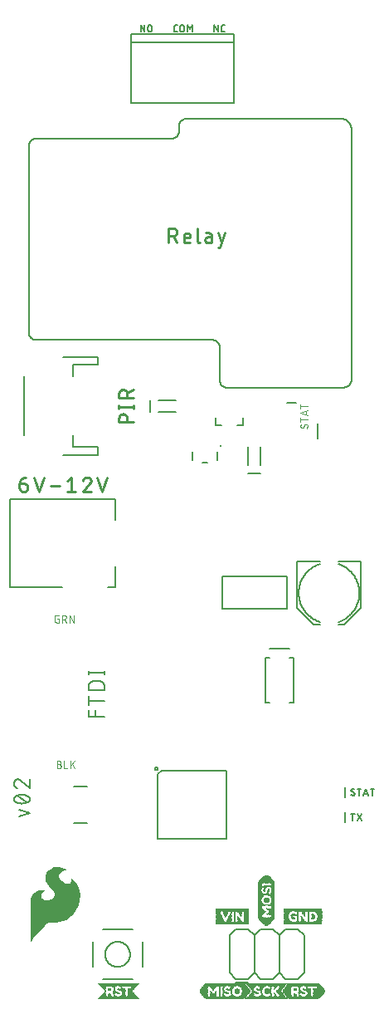
<source format=gto>
G04 EAGLE Gerber RS-274X export*
G75*
%MOMM*%
%FSLAX34Y34*%
%LPD*%
%INSilkscreen Top*%
%IPPOS*%
%AMOC8*
5,1,8,0,0,1.08239X$1,22.5*%
G01*
%ADD10C,0.279400*%
%ADD11C,0.127000*%
%ADD12C,0.152400*%
%ADD13C,0.076200*%
%ADD14C,0.203200*%
%ADD15C,0.254000*%
%ADD16R,3.800000X0.040000*%
%ADD17R,3.880000X0.040000*%
%ADD18R,4.040000X0.040000*%
%ADD19R,4.120000X0.040000*%
%ADD20R,4.200000X0.040000*%
%ADD21R,4.280000X0.040000*%
%ADD22R,4.360000X0.040000*%
%ADD23R,2.360000X0.040000*%
%ADD24R,0.800000X0.040000*%
%ADD25R,0.920000X0.040000*%
%ADD26R,0.560000X0.040000*%
%ADD27R,0.680000X0.040000*%
%ADD28R,0.160000X0.040000*%
%ADD29R,0.280000X0.040000*%
%ADD30R,0.600000X0.040000*%
%ADD31R,0.120000X0.040000*%
%ADD32R,0.200000X0.040000*%
%ADD33R,0.400000X0.040000*%
%ADD34R,0.520000X0.040000*%
%ADD35R,0.320000X0.040000*%
%ADD36R,0.760000X0.040000*%
%ADD37R,0.640000X0.040000*%
%ADD38R,0.480000X0.040000*%
%ADD39R,0.440000X0.040000*%
%ADD40R,0.720000X0.040000*%
%ADD41R,0.360000X0.040000*%
%ADD42R,0.240000X0.040000*%
%ADD43R,0.840000X0.040000*%
%ADD44R,0.040000X0.040000*%
%ADD45R,0.080000X0.040000*%
%ADD46R,0.040000X3.800000*%
%ADD47R,0.040000X3.880000*%
%ADD48R,0.040000X4.040000*%
%ADD49R,0.040000X4.120000*%
%ADD50R,0.040000X4.200000*%
%ADD51R,0.040000X4.280000*%
%ADD52R,0.040000X4.360000*%
%ADD53R,0.040000X2.160000*%
%ADD54R,0.040000X0.800000*%
%ADD55R,0.040000X1.120000*%
%ADD56R,0.040000X0.560000*%
%ADD57R,0.040000X0.680000*%
%ADD58R,0.040000X0.440000*%
%ADD59R,0.040000X0.280000*%
%ADD60R,0.040000X0.600000*%
%ADD61R,0.040000X0.320000*%
%ADD62R,0.040000X0.240000*%
%ADD63R,0.040000X0.520000*%
%ADD64R,0.040000X0.360000*%
%ADD65R,0.040000X0.200000*%
%ADD66R,0.040000X0.640000*%
%ADD67R,0.040000X0.480000*%
%ADD68R,0.040000X0.720000*%
%ADD69R,0.040000X0.160000*%
%ADD70R,0.040000X0.120000*%
%ADD71R,0.040000X0.760000*%
%ADD72R,0.040000X0.400000*%
%ADD73R,0.040000X0.840000*%
%ADD74R,0.040000X0.080000*%
%ADD75R,2.920000X0.040000*%
%ADD76R,3.000000X0.040000*%
%ADD77R,3.160000X0.040000*%
%ADD78R,3.240000X0.040000*%
%ADD79R,3.320000X0.040000*%
%ADD80R,3.400000X0.040000*%
%ADD81R,3.480000X0.040000*%
%ADD82R,1.640000X0.040000*%
%ADD83R,1.720000X0.040000*%
%ADD84R,1.080000X0.040000*%
%ADD85R,1.120000X0.040000*%
%ADD86R,1.160000X0.040000*%
%ADD87R,1.200000X0.040000*%
%ADD88R,1.040000X0.040000*%
%ADD89R,1.000000X0.040000*%
%ADD90R,0.960000X0.040000*%
%ADD91R,0.880000X0.040000*%
%ADD92R,3.960000X0.040000*%
%ADD93R,2.800000X0.040000*%
%ADD94R,1.960000X0.040000*%
%ADD95R,1.800000X0.040000*%

G36*
X25328Y63599D02*
X25328Y63599D01*
X25355Y63595D01*
X25555Y63795D01*
X25556Y63801D01*
X25560Y63801D01*
X26058Y64499D01*
X26957Y65497D01*
X26957Y65498D01*
X26958Y65498D01*
X28058Y66798D01*
X28058Y66799D01*
X29357Y68398D01*
X30857Y70097D01*
X32557Y71997D01*
X34356Y73896D01*
X34356Y73897D01*
X34357Y73897D01*
X36257Y75997D01*
X37956Y77897D01*
X39554Y79494D01*
X41051Y80892D01*
X42546Y81988D01*
X44137Y82783D01*
X45925Y83181D01*
X51720Y83181D01*
X51722Y83182D01*
X51726Y83182D01*
X51727Y83181D01*
X55227Y83681D01*
X55230Y83685D01*
X55233Y83683D01*
X58533Y84583D01*
X58536Y84586D01*
X58539Y84585D01*
X61639Y85885D01*
X61642Y85890D01*
X61647Y85889D01*
X64447Y87689D01*
X64448Y87692D01*
X64451Y87692D01*
X66951Y89692D01*
X66952Y89696D01*
X66956Y89696D01*
X69256Y92096D01*
X69256Y92100D01*
X69259Y92100D01*
X71359Y94800D01*
X71359Y94806D01*
X71364Y94807D01*
X74264Y100307D01*
X74262Y100315D01*
X74268Y100317D01*
X75768Y105817D01*
X75765Y105822D01*
X75768Y105824D01*
X75767Y105825D01*
X75769Y105827D01*
X76069Y111027D01*
X76065Y111033D01*
X76069Y111037D01*
X75369Y115937D01*
X75364Y115942D01*
X75367Y115946D01*
X73867Y120246D01*
X73860Y120250D01*
X73862Y120255D01*
X71762Y123755D01*
X71755Y123758D01*
X71756Y123763D01*
X69356Y126363D01*
X69345Y126365D01*
X69343Y126373D01*
X66743Y127773D01*
X66720Y127770D01*
X66696Y127773D01*
X66695Y127766D01*
X66685Y127764D01*
X66690Y127730D01*
X66685Y127695D01*
X66771Y127610D01*
X66771Y127430D01*
X66775Y127424D01*
X66772Y127420D01*
X66871Y126925D01*
X66871Y125338D01*
X66574Y124448D01*
X66179Y123558D01*
X65493Y122873D01*
X64411Y122479D01*
X63425Y122479D01*
X62333Y122678D01*
X61240Y123075D01*
X60145Y123673D01*
X57951Y125069D01*
X56159Y126861D01*
X55462Y127956D01*
X54865Y128951D01*
X54568Y129840D01*
X54470Y130829D01*
X54568Y131619D01*
X54865Y132509D01*
X55360Y133302D01*
X55956Y134096D01*
X57048Y134989D01*
X58338Y135684D01*
X59530Y135982D01*
X60824Y136181D01*
X61817Y136181D01*
X62713Y136081D01*
X63312Y135981D01*
X63317Y135984D01*
X63320Y135981D01*
X63520Y135981D01*
X63533Y135991D01*
X63550Y135991D01*
X63550Y136003D01*
X63567Y136017D01*
X63550Y136040D01*
X63550Y136069D01*
X63150Y136369D01*
X63149Y136369D01*
X63149Y136370D01*
X62049Y137170D01*
X62044Y137170D01*
X62044Y137173D01*
X60244Y138173D01*
X60241Y138173D01*
X60240Y138175D01*
X58040Y139175D01*
X58033Y139173D01*
X58030Y139178D01*
X55230Y139778D01*
X55225Y139776D01*
X55223Y139779D01*
X52223Y139979D01*
X52215Y139974D01*
X52210Y139978D01*
X48910Y139278D01*
X48903Y139271D01*
X48897Y139274D01*
X45497Y137474D01*
X45494Y137466D01*
X45488Y137468D01*
X42888Y135268D01*
X42886Y135258D01*
X42879Y135257D01*
X41279Y132857D01*
X41280Y132848D01*
X41273Y132846D01*
X40473Y130446D01*
X40477Y130435D01*
X40471Y130430D01*
X40471Y127830D01*
X40477Y127822D01*
X40472Y127817D01*
X41172Y125217D01*
X41179Y125212D01*
X41177Y125207D01*
X42577Y122607D01*
X42581Y122605D01*
X42580Y122601D01*
X44480Y120001D01*
X44486Y119999D01*
X44485Y119995D01*
X47083Y117397D01*
X48978Y115104D01*
X49971Y112918D01*
X50070Y110838D01*
X49377Y108955D01*
X48087Y107368D01*
X46300Y106276D01*
X44113Y105679D01*
X41725Y105679D01*
X40135Y105977D01*
X38845Y106573D01*
X37753Y107367D01*
X36960Y108259D01*
X36367Y109248D01*
X36169Y110235D01*
X36169Y111225D01*
X36366Y112110D01*
X36858Y112798D01*
X37453Y113394D01*
X38149Y113990D01*
X39540Y114785D01*
X40136Y114983D01*
X40141Y114991D01*
X40147Y114989D01*
X40445Y115187D01*
X40642Y115286D01*
X40647Y115295D01*
X40656Y115297D01*
X40654Y115310D01*
X40668Y115339D01*
X40647Y115350D01*
X40642Y115374D01*
X40442Y115474D01*
X40433Y115472D01*
X40430Y115478D01*
X39932Y115578D01*
X39234Y115777D01*
X39230Y115776D01*
X39229Y115778D01*
X38129Y115978D01*
X38126Y115977D01*
X38124Y115979D01*
X36924Y116079D01*
X36919Y116076D01*
X36917Y116079D01*
X35517Y115979D01*
X35513Y115976D01*
X35510Y115978D01*
X34010Y115678D01*
X34008Y115676D01*
X34006Y115677D01*
X32306Y115177D01*
X32303Y115174D01*
X32301Y115175D01*
X30901Y114575D01*
X30898Y114570D01*
X30893Y114571D01*
X29493Y113671D01*
X29491Y113666D01*
X29487Y113666D01*
X28287Y112566D01*
X28286Y112560D01*
X28281Y112560D01*
X27181Y111160D01*
X27181Y111152D01*
X27175Y111151D01*
X26375Y109451D01*
X26376Y109448D01*
X26375Y109447D01*
X26374Y109446D01*
X25674Y107446D01*
X25676Y107439D01*
X25671Y107436D01*
X25371Y104936D01*
X25373Y104933D01*
X25371Y104932D01*
X25271Y102032D01*
X25272Y102031D01*
X25271Y102030D01*
X25271Y63630D01*
X25279Y63619D01*
X25277Y63606D01*
X25290Y63604D01*
X25307Y63583D01*
X25328Y63599D01*
G37*
D10*
X130683Y593217D02*
X115697Y593217D01*
X115697Y597380D01*
X115699Y597508D01*
X115705Y597636D01*
X115715Y597764D01*
X115729Y597892D01*
X115746Y598019D01*
X115768Y598145D01*
X115793Y598271D01*
X115823Y598395D01*
X115856Y598519D01*
X115893Y598642D01*
X115934Y598764D01*
X115978Y598884D01*
X116026Y599003D01*
X116078Y599120D01*
X116133Y599236D01*
X116192Y599349D01*
X116255Y599462D01*
X116321Y599572D01*
X116390Y599679D01*
X116462Y599785D01*
X116538Y599889D01*
X116617Y599990D01*
X116699Y600089D01*
X116784Y600185D01*
X116871Y600278D01*
X116962Y600369D01*
X117055Y600456D01*
X117151Y600541D01*
X117250Y600623D01*
X117351Y600702D01*
X117455Y600778D01*
X117561Y600850D01*
X117668Y600919D01*
X117779Y600985D01*
X117891Y601048D01*
X118004Y601107D01*
X118120Y601162D01*
X118237Y601214D01*
X118356Y601262D01*
X118476Y601306D01*
X118598Y601347D01*
X118721Y601384D01*
X118845Y601417D01*
X118969Y601447D01*
X119095Y601472D01*
X119221Y601494D01*
X119348Y601511D01*
X119476Y601525D01*
X119604Y601535D01*
X119732Y601541D01*
X119860Y601543D01*
X119988Y601541D01*
X120116Y601535D01*
X120244Y601525D01*
X120372Y601511D01*
X120499Y601494D01*
X120625Y601472D01*
X120751Y601447D01*
X120875Y601417D01*
X120999Y601384D01*
X121122Y601347D01*
X121244Y601306D01*
X121364Y601262D01*
X121483Y601214D01*
X121600Y601162D01*
X121716Y601107D01*
X121829Y601048D01*
X121942Y600985D01*
X122052Y600919D01*
X122159Y600850D01*
X122265Y600778D01*
X122369Y600702D01*
X122470Y600623D01*
X122569Y600541D01*
X122665Y600456D01*
X122758Y600369D01*
X122849Y600278D01*
X122936Y600185D01*
X123021Y600089D01*
X123103Y599990D01*
X123182Y599889D01*
X123258Y599785D01*
X123330Y599679D01*
X123399Y599572D01*
X123465Y599462D01*
X123528Y599349D01*
X123587Y599236D01*
X123642Y599120D01*
X123694Y599003D01*
X123742Y598884D01*
X123786Y598764D01*
X123827Y598642D01*
X123864Y598519D01*
X123897Y598395D01*
X123927Y598271D01*
X123952Y598145D01*
X123974Y598019D01*
X123991Y597892D01*
X124005Y597764D01*
X124015Y597636D01*
X124021Y597508D01*
X124023Y597380D01*
X124023Y593217D01*
X130683Y609046D02*
X115697Y609046D01*
X130683Y607381D02*
X130683Y610711D01*
X115697Y610711D02*
X115697Y607381D01*
X115697Y618047D02*
X130683Y618047D01*
X115697Y618047D02*
X115697Y622210D01*
X115699Y622338D01*
X115705Y622466D01*
X115715Y622594D01*
X115729Y622722D01*
X115746Y622849D01*
X115768Y622975D01*
X115793Y623101D01*
X115823Y623225D01*
X115856Y623349D01*
X115893Y623472D01*
X115934Y623594D01*
X115978Y623714D01*
X116026Y623833D01*
X116078Y623950D01*
X116133Y624066D01*
X116192Y624179D01*
X116255Y624292D01*
X116321Y624402D01*
X116390Y624509D01*
X116462Y624615D01*
X116538Y624719D01*
X116617Y624820D01*
X116699Y624919D01*
X116784Y625015D01*
X116871Y625108D01*
X116962Y625199D01*
X117055Y625286D01*
X117151Y625371D01*
X117250Y625453D01*
X117351Y625532D01*
X117455Y625608D01*
X117561Y625680D01*
X117668Y625749D01*
X117779Y625815D01*
X117891Y625878D01*
X118004Y625937D01*
X118120Y625992D01*
X118237Y626044D01*
X118356Y626092D01*
X118476Y626136D01*
X118598Y626177D01*
X118721Y626214D01*
X118845Y626247D01*
X118969Y626277D01*
X119095Y626302D01*
X119221Y626324D01*
X119348Y626341D01*
X119476Y626355D01*
X119604Y626365D01*
X119732Y626371D01*
X119860Y626373D01*
X119988Y626371D01*
X120116Y626365D01*
X120244Y626355D01*
X120372Y626341D01*
X120499Y626324D01*
X120625Y626302D01*
X120751Y626277D01*
X120875Y626247D01*
X120999Y626214D01*
X121122Y626177D01*
X121244Y626136D01*
X121364Y626092D01*
X121483Y626044D01*
X121600Y625992D01*
X121716Y625937D01*
X121829Y625878D01*
X121942Y625815D01*
X122052Y625749D01*
X122159Y625680D01*
X122265Y625608D01*
X122369Y625532D01*
X122470Y625453D01*
X122569Y625371D01*
X122665Y625286D01*
X122758Y625199D01*
X122849Y625108D01*
X122936Y625015D01*
X123021Y624919D01*
X123103Y624820D01*
X123182Y624719D01*
X123258Y624615D01*
X123330Y624509D01*
X123399Y624402D01*
X123465Y624292D01*
X123528Y624179D01*
X123587Y624066D01*
X123642Y623950D01*
X123694Y623833D01*
X123742Y623714D01*
X123786Y623594D01*
X123827Y623472D01*
X123864Y623349D01*
X123897Y623225D01*
X123927Y623101D01*
X123952Y622975D01*
X123974Y622849D01*
X123991Y622722D01*
X124005Y622594D01*
X124015Y622466D01*
X124021Y622338D01*
X124023Y622210D01*
X124023Y618047D01*
X124023Y623042D02*
X130683Y626373D01*
X19092Y530423D02*
X14097Y530423D01*
X19092Y530422D02*
X19206Y530420D01*
X19319Y530414D01*
X19433Y530405D01*
X19545Y530391D01*
X19658Y530374D01*
X19770Y530352D01*
X19880Y530327D01*
X19990Y530299D01*
X20099Y530266D01*
X20207Y530230D01*
X20314Y530190D01*
X20419Y530146D01*
X20522Y530099D01*
X20624Y530049D01*
X20724Y529995D01*
X20822Y529937D01*
X20918Y529876D01*
X21012Y529813D01*
X21104Y529745D01*
X21194Y529675D01*
X21280Y529602D01*
X21365Y529526D01*
X21447Y529447D01*
X21526Y529365D01*
X21602Y529280D01*
X21675Y529194D01*
X21745Y529104D01*
X21813Y529012D01*
X21876Y528918D01*
X21937Y528822D01*
X21995Y528724D01*
X22049Y528624D01*
X22099Y528522D01*
X22146Y528419D01*
X22190Y528314D01*
X22230Y528207D01*
X22266Y528099D01*
X22299Y527990D01*
X22327Y527880D01*
X22352Y527770D01*
X22374Y527658D01*
X22391Y527545D01*
X22405Y527433D01*
X22414Y527319D01*
X22420Y527206D01*
X22422Y527092D01*
X22423Y527092D02*
X22423Y526260D01*
X22421Y526132D01*
X22415Y526004D01*
X22405Y525876D01*
X22391Y525748D01*
X22374Y525621D01*
X22352Y525495D01*
X22327Y525369D01*
X22297Y525245D01*
X22264Y525121D01*
X22227Y524998D01*
X22186Y524876D01*
X22142Y524756D01*
X22094Y524637D01*
X22042Y524520D01*
X21987Y524404D01*
X21928Y524291D01*
X21865Y524179D01*
X21799Y524068D01*
X21730Y523961D01*
X21658Y523855D01*
X21582Y523751D01*
X21503Y523650D01*
X21421Y523551D01*
X21336Y523455D01*
X21249Y523362D01*
X21158Y523271D01*
X21065Y523184D01*
X20969Y523099D01*
X20870Y523017D01*
X20769Y522938D01*
X20665Y522862D01*
X20559Y522790D01*
X20452Y522721D01*
X20341Y522655D01*
X20229Y522592D01*
X20116Y522533D01*
X20000Y522478D01*
X19883Y522426D01*
X19764Y522378D01*
X19644Y522334D01*
X19522Y522293D01*
X19399Y522256D01*
X19275Y522223D01*
X19151Y522193D01*
X19025Y522168D01*
X18899Y522146D01*
X18772Y522129D01*
X18644Y522115D01*
X18516Y522105D01*
X18388Y522099D01*
X18260Y522097D01*
X18132Y522099D01*
X18004Y522105D01*
X17876Y522115D01*
X17748Y522129D01*
X17621Y522146D01*
X17495Y522168D01*
X17369Y522193D01*
X17245Y522223D01*
X17121Y522256D01*
X16998Y522293D01*
X16876Y522334D01*
X16756Y522378D01*
X16637Y522426D01*
X16520Y522478D01*
X16404Y522533D01*
X16291Y522592D01*
X16178Y522655D01*
X16068Y522721D01*
X15961Y522790D01*
X15855Y522862D01*
X15751Y522938D01*
X15650Y523017D01*
X15551Y523099D01*
X15455Y523184D01*
X15362Y523271D01*
X15271Y523362D01*
X15184Y523455D01*
X15099Y523551D01*
X15017Y523650D01*
X14938Y523751D01*
X14862Y523855D01*
X14790Y523961D01*
X14721Y524068D01*
X14655Y524179D01*
X14592Y524291D01*
X14533Y524404D01*
X14478Y524520D01*
X14426Y524637D01*
X14378Y524756D01*
X14334Y524876D01*
X14293Y524998D01*
X14256Y525121D01*
X14223Y525245D01*
X14193Y525369D01*
X14168Y525495D01*
X14146Y525621D01*
X14129Y525748D01*
X14115Y525876D01*
X14105Y526004D01*
X14099Y526132D01*
X14097Y526260D01*
X14097Y530423D01*
X14099Y530586D01*
X14105Y530750D01*
X14115Y530913D01*
X14129Y531076D01*
X14147Y531238D01*
X14169Y531400D01*
X14195Y531562D01*
X14225Y531722D01*
X14259Y531882D01*
X14297Y532041D01*
X14338Y532199D01*
X14384Y532356D01*
X14433Y532512D01*
X14486Y532667D01*
X14543Y532820D01*
X14604Y532972D01*
X14668Y533122D01*
X14736Y533271D01*
X14808Y533417D01*
X14883Y533562D01*
X14962Y533706D01*
X15045Y533847D01*
X15130Y533986D01*
X15219Y534123D01*
X15312Y534258D01*
X15408Y534390D01*
X15507Y534520D01*
X15609Y534648D01*
X15714Y534773D01*
X15822Y534896D01*
X15934Y535015D01*
X16048Y535132D01*
X16165Y535246D01*
X16284Y535358D01*
X16407Y535466D01*
X16532Y535571D01*
X16660Y535673D01*
X16790Y535772D01*
X16922Y535868D01*
X17057Y535961D01*
X17194Y536050D01*
X17333Y536135D01*
X17474Y536218D01*
X17617Y536297D01*
X17763Y536372D01*
X17909Y536444D01*
X18058Y536512D01*
X18208Y536576D01*
X18360Y536637D01*
X18513Y536694D01*
X18668Y536747D01*
X18824Y536796D01*
X18981Y536842D01*
X19139Y536883D01*
X19298Y536921D01*
X19458Y536955D01*
X19618Y536985D01*
X19780Y537011D01*
X19942Y537033D01*
X20104Y537051D01*
X20267Y537065D01*
X20430Y537075D01*
X20594Y537081D01*
X20757Y537083D01*
X28896Y537083D02*
X33891Y522097D01*
X38886Y537083D01*
X45569Y527925D02*
X55560Y527925D01*
X63075Y533753D02*
X67238Y537083D01*
X67238Y522097D01*
X71400Y522097D02*
X63075Y522097D01*
X83285Y537084D02*
X83405Y537082D01*
X83525Y537076D01*
X83645Y537067D01*
X83764Y537053D01*
X83883Y537036D01*
X84001Y537015D01*
X84119Y536990D01*
X84235Y536961D01*
X84351Y536929D01*
X84466Y536893D01*
X84579Y536853D01*
X84691Y536810D01*
X84802Y536763D01*
X84911Y536713D01*
X85018Y536659D01*
X85124Y536602D01*
X85227Y536541D01*
X85329Y536477D01*
X85429Y536410D01*
X85526Y536340D01*
X85621Y536267D01*
X85714Y536190D01*
X85804Y536111D01*
X85892Y536029D01*
X85977Y535944D01*
X86059Y535856D01*
X86138Y535766D01*
X86215Y535673D01*
X86288Y535578D01*
X86358Y535481D01*
X86425Y535381D01*
X86489Y535279D01*
X86550Y535176D01*
X86607Y535070D01*
X86661Y534963D01*
X86711Y534854D01*
X86758Y534743D01*
X86801Y534631D01*
X86841Y534518D01*
X86877Y534403D01*
X86909Y534287D01*
X86938Y534171D01*
X86963Y534053D01*
X86984Y533935D01*
X87001Y533816D01*
X87015Y533697D01*
X87024Y533577D01*
X87030Y533457D01*
X87032Y533337D01*
X83285Y537083D02*
X83147Y537081D01*
X83010Y537075D01*
X82873Y537065D01*
X82736Y537052D01*
X82600Y537034D01*
X82464Y537012D01*
X82328Y536987D01*
X82194Y536958D01*
X82061Y536925D01*
X81928Y536888D01*
X81797Y536847D01*
X81666Y536803D01*
X81538Y536755D01*
X81410Y536703D01*
X81284Y536647D01*
X81160Y536588D01*
X81037Y536526D01*
X80917Y536460D01*
X80798Y536391D01*
X80681Y536318D01*
X80567Y536242D01*
X80454Y536162D01*
X80344Y536080D01*
X80236Y535994D01*
X80131Y535906D01*
X80029Y535814D01*
X79929Y535720D01*
X79831Y535622D01*
X79737Y535522D01*
X79646Y535419D01*
X79557Y535314D01*
X79472Y535206D01*
X79389Y535096D01*
X79310Y534984D01*
X79234Y534869D01*
X79161Y534752D01*
X79092Y534633D01*
X79026Y534513D01*
X78964Y534390D01*
X78905Y534266D01*
X78850Y534140D01*
X78798Y534012D01*
X78750Y533883D01*
X78706Y533753D01*
X85782Y530423D02*
X85872Y530511D01*
X85958Y530602D01*
X86042Y530695D01*
X86123Y530791D01*
X86201Y530889D01*
X86275Y530989D01*
X86347Y531092D01*
X86415Y531197D01*
X86480Y531305D01*
X86542Y531414D01*
X86600Y531525D01*
X86655Y531638D01*
X86706Y531752D01*
X86753Y531868D01*
X86797Y531985D01*
X86837Y532104D01*
X86874Y532224D01*
X86907Y532345D01*
X86936Y532467D01*
X86961Y532589D01*
X86982Y532713D01*
X87000Y532837D01*
X87013Y532962D01*
X87023Y533087D01*
X87029Y533212D01*
X87031Y533337D01*
X85783Y530423D02*
X78706Y522097D01*
X87032Y522097D01*
X98500Y522097D02*
X93505Y537083D01*
X103495Y537083D02*
X98500Y522097D01*
X166497Y776097D02*
X166497Y791083D01*
X170660Y791083D01*
X170788Y791081D01*
X170916Y791075D01*
X171044Y791065D01*
X171172Y791051D01*
X171299Y791034D01*
X171425Y791012D01*
X171551Y790987D01*
X171675Y790957D01*
X171799Y790924D01*
X171922Y790887D01*
X172044Y790846D01*
X172164Y790802D01*
X172283Y790754D01*
X172400Y790702D01*
X172516Y790647D01*
X172629Y790588D01*
X172742Y790525D01*
X172852Y790459D01*
X172959Y790390D01*
X173065Y790318D01*
X173169Y790242D01*
X173270Y790163D01*
X173369Y790081D01*
X173465Y789996D01*
X173558Y789909D01*
X173649Y789818D01*
X173736Y789725D01*
X173821Y789629D01*
X173903Y789530D01*
X173982Y789429D01*
X174058Y789325D01*
X174130Y789219D01*
X174199Y789112D01*
X174265Y789002D01*
X174328Y788889D01*
X174387Y788776D01*
X174442Y788660D01*
X174494Y788543D01*
X174542Y788424D01*
X174586Y788304D01*
X174627Y788182D01*
X174664Y788059D01*
X174697Y787935D01*
X174727Y787811D01*
X174752Y787685D01*
X174774Y787559D01*
X174791Y787432D01*
X174805Y787304D01*
X174815Y787176D01*
X174821Y787048D01*
X174823Y786920D01*
X174821Y786792D01*
X174815Y786664D01*
X174805Y786536D01*
X174791Y786408D01*
X174774Y786281D01*
X174752Y786155D01*
X174727Y786029D01*
X174697Y785905D01*
X174664Y785781D01*
X174627Y785658D01*
X174586Y785536D01*
X174542Y785416D01*
X174494Y785297D01*
X174442Y785180D01*
X174387Y785064D01*
X174328Y784951D01*
X174265Y784839D01*
X174199Y784728D01*
X174130Y784621D01*
X174058Y784515D01*
X173982Y784411D01*
X173903Y784310D01*
X173821Y784211D01*
X173736Y784115D01*
X173649Y784022D01*
X173558Y783931D01*
X173465Y783844D01*
X173369Y783759D01*
X173270Y783677D01*
X173169Y783598D01*
X173065Y783522D01*
X172959Y783450D01*
X172852Y783381D01*
X172742Y783315D01*
X172629Y783252D01*
X172516Y783193D01*
X172400Y783138D01*
X172283Y783086D01*
X172164Y783038D01*
X172044Y782994D01*
X171922Y782953D01*
X171799Y782916D01*
X171675Y782883D01*
X171551Y782853D01*
X171425Y782828D01*
X171299Y782806D01*
X171172Y782789D01*
X171044Y782775D01*
X170916Y782765D01*
X170788Y782759D01*
X170660Y782757D01*
X166497Y782757D01*
X171492Y782757D02*
X174823Y776097D01*
X184278Y776097D02*
X188441Y776097D01*
X184278Y776097D02*
X184180Y776099D01*
X184082Y776105D01*
X183984Y776114D01*
X183887Y776128D01*
X183791Y776145D01*
X183695Y776166D01*
X183600Y776191D01*
X183506Y776219D01*
X183413Y776251D01*
X183322Y776287D01*
X183232Y776326D01*
X183144Y776369D01*
X183057Y776416D01*
X182973Y776465D01*
X182890Y776518D01*
X182810Y776574D01*
X182732Y776633D01*
X182656Y776696D01*
X182582Y776761D01*
X182512Y776829D01*
X182444Y776899D01*
X182379Y776973D01*
X182316Y777049D01*
X182257Y777127D01*
X182201Y777207D01*
X182148Y777290D01*
X182099Y777374D01*
X182052Y777461D01*
X182009Y777549D01*
X181970Y777639D01*
X181934Y777730D01*
X181902Y777823D01*
X181874Y777917D01*
X181849Y778012D01*
X181828Y778108D01*
X181811Y778204D01*
X181797Y778301D01*
X181788Y778399D01*
X181782Y778497D01*
X181780Y778595D01*
X181781Y778595D02*
X181781Y782757D01*
X181783Y782871D01*
X181789Y782984D01*
X181798Y783098D01*
X181812Y783210D01*
X181829Y783323D01*
X181851Y783435D01*
X181876Y783545D01*
X181904Y783655D01*
X181937Y783764D01*
X181973Y783872D01*
X182013Y783979D01*
X182057Y784084D01*
X182104Y784187D01*
X182154Y784289D01*
X182208Y784389D01*
X182266Y784487D01*
X182327Y784583D01*
X182390Y784677D01*
X182458Y784769D01*
X182528Y784859D01*
X182601Y784945D01*
X182677Y785030D01*
X182756Y785112D01*
X182838Y785191D01*
X182923Y785267D01*
X183009Y785340D01*
X183099Y785410D01*
X183191Y785478D01*
X183285Y785541D01*
X183381Y785602D01*
X183479Y785660D01*
X183579Y785714D01*
X183681Y785764D01*
X183784Y785811D01*
X183889Y785855D01*
X183996Y785895D01*
X184104Y785931D01*
X184213Y785964D01*
X184323Y785992D01*
X184433Y786017D01*
X184545Y786039D01*
X184658Y786056D01*
X184770Y786070D01*
X184884Y786079D01*
X184997Y786085D01*
X185111Y786087D01*
X185225Y786085D01*
X185338Y786079D01*
X185452Y786070D01*
X185564Y786056D01*
X185677Y786039D01*
X185789Y786017D01*
X185899Y785992D01*
X186009Y785964D01*
X186118Y785931D01*
X186226Y785895D01*
X186333Y785855D01*
X186438Y785811D01*
X186541Y785764D01*
X186643Y785714D01*
X186743Y785660D01*
X186841Y785602D01*
X186937Y785541D01*
X187031Y785478D01*
X187123Y785410D01*
X187213Y785340D01*
X187299Y785267D01*
X187384Y785191D01*
X187466Y785112D01*
X187545Y785030D01*
X187621Y784945D01*
X187694Y784859D01*
X187764Y784769D01*
X187832Y784677D01*
X187895Y784583D01*
X187956Y784487D01*
X188014Y784389D01*
X188068Y784289D01*
X188118Y784187D01*
X188165Y784084D01*
X188209Y783979D01*
X188249Y783872D01*
X188285Y783764D01*
X188318Y783655D01*
X188346Y783545D01*
X188371Y783435D01*
X188393Y783323D01*
X188410Y783210D01*
X188424Y783098D01*
X188433Y782984D01*
X188439Y782871D01*
X188441Y782757D01*
X188441Y781092D01*
X181781Y781092D01*
X195420Y778595D02*
X195420Y791083D01*
X195420Y778595D02*
X195422Y778497D01*
X195428Y778399D01*
X195437Y778301D01*
X195451Y778204D01*
X195468Y778108D01*
X195489Y778012D01*
X195514Y777917D01*
X195542Y777823D01*
X195574Y777730D01*
X195610Y777639D01*
X195649Y777549D01*
X195692Y777461D01*
X195739Y777374D01*
X195788Y777290D01*
X195841Y777207D01*
X195897Y777127D01*
X195956Y777049D01*
X196019Y776973D01*
X196084Y776899D01*
X196152Y776829D01*
X196222Y776761D01*
X196296Y776696D01*
X196372Y776633D01*
X196450Y776574D01*
X196530Y776518D01*
X196613Y776465D01*
X196697Y776416D01*
X196784Y776369D01*
X196872Y776326D01*
X196962Y776287D01*
X197053Y776251D01*
X197146Y776219D01*
X197240Y776191D01*
X197335Y776166D01*
X197431Y776145D01*
X197527Y776128D01*
X197624Y776114D01*
X197722Y776105D01*
X197820Y776099D01*
X197918Y776097D01*
X206468Y781925D02*
X210214Y781925D01*
X206468Y781925D02*
X206362Y781923D01*
X206255Y781917D01*
X206149Y781908D01*
X206044Y781894D01*
X205939Y781877D01*
X205834Y781855D01*
X205731Y781830D01*
X205628Y781801D01*
X205527Y781769D01*
X205427Y781733D01*
X205328Y781693D01*
X205231Y781649D01*
X205136Y781603D01*
X205042Y781552D01*
X204950Y781498D01*
X204860Y781441D01*
X204772Y781381D01*
X204687Y781317D01*
X204604Y781251D01*
X204523Y781181D01*
X204445Y781109D01*
X204370Y781034D01*
X204298Y780956D01*
X204228Y780875D01*
X204162Y780792D01*
X204098Y780707D01*
X204038Y780619D01*
X203981Y780529D01*
X203927Y780437D01*
X203876Y780343D01*
X203830Y780248D01*
X203786Y780151D01*
X203746Y780052D01*
X203710Y779952D01*
X203678Y779851D01*
X203649Y779748D01*
X203624Y779645D01*
X203602Y779540D01*
X203585Y779435D01*
X203571Y779330D01*
X203562Y779224D01*
X203556Y779117D01*
X203554Y779011D01*
X203556Y778905D01*
X203562Y778798D01*
X203571Y778692D01*
X203585Y778587D01*
X203602Y778482D01*
X203624Y778377D01*
X203649Y778274D01*
X203678Y778171D01*
X203710Y778070D01*
X203746Y777970D01*
X203786Y777871D01*
X203830Y777774D01*
X203876Y777679D01*
X203927Y777585D01*
X203981Y777493D01*
X204038Y777403D01*
X204098Y777315D01*
X204162Y777230D01*
X204228Y777147D01*
X204298Y777066D01*
X204370Y776988D01*
X204445Y776913D01*
X204523Y776841D01*
X204604Y776771D01*
X204687Y776705D01*
X204772Y776641D01*
X204860Y776581D01*
X204950Y776524D01*
X205042Y776470D01*
X205136Y776419D01*
X205231Y776373D01*
X205328Y776329D01*
X205427Y776289D01*
X205527Y776253D01*
X205628Y776221D01*
X205731Y776192D01*
X205834Y776167D01*
X205939Y776145D01*
X206044Y776128D01*
X206149Y776114D01*
X206255Y776105D01*
X206362Y776099D01*
X206468Y776097D01*
X210214Y776097D01*
X210214Y783590D01*
X210215Y783590D02*
X210213Y783688D01*
X210207Y783786D01*
X210198Y783884D01*
X210184Y783981D01*
X210167Y784077D01*
X210146Y784173D01*
X210121Y784268D01*
X210093Y784362D01*
X210061Y784455D01*
X210025Y784546D01*
X209986Y784636D01*
X209943Y784724D01*
X209896Y784811D01*
X209847Y784895D01*
X209794Y784978D01*
X209738Y785058D01*
X209679Y785137D01*
X209616Y785212D01*
X209551Y785286D01*
X209483Y785356D01*
X209413Y785424D01*
X209339Y785490D01*
X209263Y785552D01*
X209185Y785611D01*
X209105Y785667D01*
X209022Y785720D01*
X208938Y785770D01*
X208851Y785816D01*
X208763Y785859D01*
X208673Y785898D01*
X208582Y785934D01*
X208489Y785966D01*
X208395Y785994D01*
X208300Y786019D01*
X208204Y786040D01*
X208108Y786057D01*
X208011Y786071D01*
X207913Y786080D01*
X207815Y786086D01*
X207717Y786088D01*
X204386Y786088D01*
X217211Y771102D02*
X218876Y771102D01*
X223872Y786088D01*
X217211Y786088D02*
X220542Y776097D01*
D11*
X212725Y991235D02*
X212725Y998093D01*
X216535Y991235D01*
X216535Y998093D01*
X221777Y991235D02*
X223301Y991235D01*
X221777Y991235D02*
X221700Y991237D01*
X221623Y991243D01*
X221546Y991253D01*
X221470Y991266D01*
X221395Y991284D01*
X221321Y991305D01*
X221248Y991330D01*
X221176Y991359D01*
X221106Y991391D01*
X221037Y991426D01*
X220971Y991466D01*
X220906Y991508D01*
X220844Y991554D01*
X220784Y991603D01*
X220727Y991654D01*
X220672Y991709D01*
X220621Y991766D01*
X220572Y991826D01*
X220526Y991888D01*
X220484Y991953D01*
X220444Y992019D01*
X220409Y992088D01*
X220377Y992158D01*
X220348Y992230D01*
X220323Y992303D01*
X220302Y992377D01*
X220284Y992452D01*
X220271Y992528D01*
X220261Y992605D01*
X220255Y992682D01*
X220253Y992759D01*
X220253Y996569D01*
X220255Y996646D01*
X220261Y996723D01*
X220271Y996800D01*
X220284Y996876D01*
X220302Y996951D01*
X220323Y997025D01*
X220348Y997098D01*
X220377Y997170D01*
X220409Y997240D01*
X220444Y997309D01*
X220484Y997375D01*
X220526Y997440D01*
X220572Y997502D01*
X220621Y997562D01*
X220672Y997619D01*
X220727Y997674D01*
X220784Y997725D01*
X220844Y997774D01*
X220906Y997820D01*
X220971Y997862D01*
X221037Y997902D01*
X221106Y997937D01*
X221176Y997969D01*
X221248Y997998D01*
X221321Y998023D01*
X221395Y998044D01*
X221470Y998062D01*
X221546Y998075D01*
X221623Y998085D01*
X221700Y998091D01*
X221777Y998093D01*
X223301Y998093D01*
X137795Y998093D02*
X137795Y991235D01*
X141605Y991235D02*
X137795Y998093D01*
X141605Y998093D02*
X141605Y991235D01*
X145354Y993140D02*
X145354Y996188D01*
X145356Y996273D01*
X145362Y996359D01*
X145371Y996444D01*
X145385Y996528D01*
X145402Y996612D01*
X145423Y996695D01*
X145447Y996777D01*
X145475Y996857D01*
X145507Y996937D01*
X145543Y997015D01*
X145581Y997091D01*
X145624Y997165D01*
X145669Y997237D01*
X145718Y997308D01*
X145770Y997376D01*
X145824Y997441D01*
X145882Y997504D01*
X145943Y997565D01*
X146006Y997623D01*
X146071Y997677D01*
X146139Y997729D01*
X146210Y997778D01*
X146282Y997823D01*
X146356Y997866D01*
X146432Y997904D01*
X146510Y997940D01*
X146590Y997972D01*
X146670Y998000D01*
X146752Y998024D01*
X146835Y998045D01*
X146919Y998062D01*
X147003Y998076D01*
X147088Y998085D01*
X147174Y998091D01*
X147259Y998093D01*
X147344Y998091D01*
X147430Y998085D01*
X147515Y998076D01*
X147599Y998062D01*
X147683Y998045D01*
X147766Y998024D01*
X147848Y998000D01*
X147928Y997972D01*
X148008Y997940D01*
X148086Y997904D01*
X148162Y997866D01*
X148236Y997823D01*
X148308Y997778D01*
X148379Y997729D01*
X148447Y997677D01*
X148512Y997623D01*
X148575Y997565D01*
X148636Y997504D01*
X148694Y997441D01*
X148748Y997376D01*
X148800Y997308D01*
X148849Y997237D01*
X148894Y997165D01*
X148937Y997091D01*
X148975Y997015D01*
X149011Y996937D01*
X149043Y996857D01*
X149071Y996777D01*
X149095Y996695D01*
X149116Y996612D01*
X149133Y996528D01*
X149147Y996444D01*
X149156Y996359D01*
X149162Y996273D01*
X149164Y996188D01*
X149164Y993140D01*
X149162Y993055D01*
X149156Y992969D01*
X149147Y992884D01*
X149133Y992800D01*
X149116Y992716D01*
X149095Y992633D01*
X149071Y992551D01*
X149043Y992471D01*
X149011Y992391D01*
X148975Y992313D01*
X148937Y992237D01*
X148894Y992163D01*
X148849Y992091D01*
X148800Y992020D01*
X148748Y991952D01*
X148694Y991887D01*
X148636Y991824D01*
X148575Y991763D01*
X148512Y991705D01*
X148447Y991651D01*
X148379Y991599D01*
X148308Y991550D01*
X148236Y991505D01*
X148162Y991462D01*
X148086Y991424D01*
X148008Y991388D01*
X147928Y991356D01*
X147848Y991328D01*
X147766Y991304D01*
X147683Y991283D01*
X147599Y991266D01*
X147515Y991252D01*
X147430Y991243D01*
X147344Y991237D01*
X147259Y991235D01*
X147174Y991237D01*
X147088Y991243D01*
X147003Y991252D01*
X146919Y991266D01*
X146835Y991283D01*
X146752Y991304D01*
X146670Y991328D01*
X146590Y991356D01*
X146510Y991388D01*
X146432Y991424D01*
X146356Y991462D01*
X146282Y991505D01*
X146210Y991550D01*
X146139Y991599D01*
X146071Y991651D01*
X146006Y991705D01*
X145943Y991763D01*
X145882Y991824D01*
X145824Y991887D01*
X145770Y991952D01*
X145718Y992020D01*
X145669Y992091D01*
X145624Y992163D01*
X145581Y992237D01*
X145543Y992313D01*
X145507Y992391D01*
X145475Y992471D01*
X145447Y992551D01*
X145423Y992633D01*
X145402Y992716D01*
X145385Y992800D01*
X145371Y992884D01*
X145362Y992969D01*
X145356Y993055D01*
X145354Y993140D01*
X173609Y991235D02*
X175133Y991235D01*
X173609Y991235D02*
X173532Y991237D01*
X173455Y991243D01*
X173378Y991253D01*
X173302Y991266D01*
X173227Y991284D01*
X173153Y991305D01*
X173080Y991330D01*
X173008Y991359D01*
X172938Y991391D01*
X172869Y991426D01*
X172803Y991466D01*
X172738Y991508D01*
X172676Y991554D01*
X172616Y991603D01*
X172559Y991654D01*
X172504Y991709D01*
X172453Y991766D01*
X172404Y991826D01*
X172358Y991888D01*
X172316Y991953D01*
X172276Y992019D01*
X172241Y992088D01*
X172209Y992158D01*
X172180Y992230D01*
X172155Y992303D01*
X172134Y992377D01*
X172116Y992452D01*
X172103Y992528D01*
X172093Y992605D01*
X172087Y992682D01*
X172085Y992759D01*
X172085Y996569D01*
X172087Y996646D01*
X172093Y996723D01*
X172103Y996800D01*
X172116Y996876D01*
X172134Y996951D01*
X172155Y997025D01*
X172180Y997098D01*
X172209Y997170D01*
X172241Y997240D01*
X172276Y997309D01*
X172316Y997375D01*
X172358Y997440D01*
X172404Y997502D01*
X172453Y997562D01*
X172504Y997619D01*
X172559Y997674D01*
X172616Y997725D01*
X172676Y997774D01*
X172738Y997820D01*
X172803Y997862D01*
X172869Y997902D01*
X172938Y997937D01*
X173008Y997969D01*
X173080Y997998D01*
X173153Y998023D01*
X173227Y998044D01*
X173302Y998062D01*
X173378Y998075D01*
X173455Y998085D01*
X173532Y998091D01*
X173609Y998093D01*
X175133Y998093D01*
X178212Y996188D02*
X178212Y993140D01*
X178212Y996188D02*
X178214Y996273D01*
X178220Y996359D01*
X178229Y996444D01*
X178243Y996528D01*
X178260Y996612D01*
X178281Y996695D01*
X178305Y996777D01*
X178333Y996857D01*
X178365Y996937D01*
X178401Y997015D01*
X178439Y997091D01*
X178482Y997165D01*
X178527Y997237D01*
X178576Y997308D01*
X178628Y997376D01*
X178682Y997441D01*
X178740Y997504D01*
X178801Y997565D01*
X178864Y997623D01*
X178929Y997677D01*
X178997Y997729D01*
X179068Y997778D01*
X179140Y997823D01*
X179214Y997866D01*
X179290Y997904D01*
X179368Y997940D01*
X179448Y997972D01*
X179528Y998000D01*
X179610Y998024D01*
X179693Y998045D01*
X179777Y998062D01*
X179861Y998076D01*
X179946Y998085D01*
X180032Y998091D01*
X180117Y998093D01*
X180202Y998091D01*
X180288Y998085D01*
X180373Y998076D01*
X180457Y998062D01*
X180541Y998045D01*
X180624Y998024D01*
X180706Y998000D01*
X180786Y997972D01*
X180866Y997940D01*
X180944Y997904D01*
X181020Y997866D01*
X181094Y997823D01*
X181166Y997778D01*
X181237Y997729D01*
X181305Y997677D01*
X181370Y997623D01*
X181433Y997565D01*
X181494Y997504D01*
X181552Y997441D01*
X181606Y997376D01*
X181658Y997308D01*
X181707Y997237D01*
X181752Y997165D01*
X181795Y997091D01*
X181833Y997015D01*
X181869Y996937D01*
X181901Y996857D01*
X181929Y996777D01*
X181953Y996695D01*
X181974Y996612D01*
X181991Y996528D01*
X182005Y996444D01*
X182014Y996359D01*
X182020Y996273D01*
X182022Y996188D01*
X182022Y993140D01*
X182020Y993055D01*
X182014Y992969D01*
X182005Y992884D01*
X181991Y992800D01*
X181974Y992716D01*
X181953Y992633D01*
X181929Y992551D01*
X181901Y992471D01*
X181869Y992391D01*
X181833Y992313D01*
X181795Y992237D01*
X181752Y992163D01*
X181707Y992091D01*
X181658Y992020D01*
X181606Y991952D01*
X181552Y991887D01*
X181494Y991824D01*
X181433Y991763D01*
X181370Y991705D01*
X181305Y991651D01*
X181237Y991599D01*
X181166Y991550D01*
X181094Y991505D01*
X181020Y991462D01*
X180944Y991424D01*
X180866Y991388D01*
X180786Y991356D01*
X180706Y991328D01*
X180624Y991304D01*
X180541Y991283D01*
X180457Y991266D01*
X180373Y991252D01*
X180288Y991243D01*
X180202Y991237D01*
X180117Y991235D01*
X180032Y991237D01*
X179946Y991243D01*
X179861Y991252D01*
X179777Y991266D01*
X179693Y991283D01*
X179610Y991304D01*
X179528Y991328D01*
X179448Y991356D01*
X179368Y991388D01*
X179290Y991424D01*
X179214Y991462D01*
X179140Y991505D01*
X179068Y991550D01*
X178997Y991599D01*
X178929Y991651D01*
X178864Y991705D01*
X178801Y991763D01*
X178740Y991824D01*
X178682Y991887D01*
X178628Y991952D01*
X178576Y992020D01*
X178527Y992091D01*
X178482Y992163D01*
X178439Y992237D01*
X178401Y992313D01*
X178365Y992391D01*
X178333Y992471D01*
X178305Y992551D01*
X178281Y992633D01*
X178260Y992716D01*
X178243Y992800D01*
X178229Y992884D01*
X178220Y992969D01*
X178214Y993055D01*
X178212Y993140D01*
X185878Y991235D02*
X185878Y998093D01*
X188164Y994283D01*
X190450Y998093D01*
X190450Y991235D01*
X354330Y194183D02*
X354330Y187325D01*
X352425Y194183D02*
X356235Y194183D01*
X363444Y194183D02*
X358872Y187325D01*
X363444Y187325D02*
X358872Y194183D01*
X354711Y212725D02*
X354788Y212727D01*
X354865Y212733D01*
X354942Y212743D01*
X355018Y212756D01*
X355093Y212774D01*
X355167Y212795D01*
X355240Y212820D01*
X355312Y212849D01*
X355382Y212881D01*
X355451Y212916D01*
X355517Y212956D01*
X355582Y212998D01*
X355644Y213044D01*
X355704Y213093D01*
X355761Y213144D01*
X355816Y213199D01*
X355867Y213256D01*
X355916Y213316D01*
X355962Y213378D01*
X356004Y213443D01*
X356044Y213509D01*
X356079Y213578D01*
X356111Y213648D01*
X356140Y213720D01*
X356165Y213793D01*
X356186Y213867D01*
X356204Y213942D01*
X356217Y214018D01*
X356227Y214095D01*
X356233Y214172D01*
X356235Y214249D01*
X354711Y212725D02*
X354601Y212727D01*
X354490Y212733D01*
X354380Y212742D01*
X354270Y212755D01*
X354161Y212772D01*
X354053Y212793D01*
X353945Y212817D01*
X353838Y212846D01*
X353732Y212877D01*
X353628Y212913D01*
X353524Y212952D01*
X353422Y212994D01*
X353322Y213040D01*
X353223Y213090D01*
X353126Y213142D01*
X353030Y213199D01*
X352937Y213258D01*
X352846Y213320D01*
X352757Y213386D01*
X352670Y213454D01*
X352586Y213526D01*
X352504Y213600D01*
X352425Y213677D01*
X352616Y218059D02*
X352618Y218136D01*
X352624Y218213D01*
X352634Y218290D01*
X352647Y218366D01*
X352665Y218441D01*
X352686Y218515D01*
X352711Y218588D01*
X352740Y218660D01*
X352772Y218730D01*
X352807Y218799D01*
X352847Y218865D01*
X352889Y218930D01*
X352935Y218992D01*
X352984Y219052D01*
X353035Y219109D01*
X353090Y219164D01*
X353147Y219215D01*
X353207Y219264D01*
X353269Y219310D01*
X353334Y219352D01*
X353400Y219392D01*
X353469Y219427D01*
X353539Y219459D01*
X353611Y219488D01*
X353684Y219513D01*
X353758Y219534D01*
X353833Y219552D01*
X353909Y219565D01*
X353986Y219575D01*
X354063Y219581D01*
X354140Y219583D01*
X354140Y219584D02*
X354242Y219582D01*
X354344Y219577D01*
X354446Y219568D01*
X354547Y219555D01*
X354648Y219538D01*
X354748Y219519D01*
X354848Y219495D01*
X354946Y219468D01*
X355044Y219437D01*
X355140Y219403D01*
X355235Y219366D01*
X355329Y219325D01*
X355421Y219281D01*
X355511Y219233D01*
X355600Y219183D01*
X355687Y219129D01*
X355772Y219072D01*
X355855Y219012D01*
X353377Y216725D02*
X353312Y216766D01*
X353249Y216809D01*
X353189Y216856D01*
X353130Y216906D01*
X353075Y216958D01*
X353022Y217013D01*
X352971Y217071D01*
X352924Y217131D01*
X352880Y217194D01*
X352838Y217258D01*
X352800Y217324D01*
X352766Y217393D01*
X352735Y217463D01*
X352707Y217534D01*
X352683Y217606D01*
X352662Y217680D01*
X352645Y217755D01*
X352632Y217830D01*
X352623Y217906D01*
X352617Y217982D01*
X352615Y218059D01*
X355473Y215583D02*
X355538Y215542D01*
X355601Y215499D01*
X355661Y215452D01*
X355720Y215402D01*
X355775Y215350D01*
X355828Y215295D01*
X355879Y215237D01*
X355926Y215177D01*
X355970Y215114D01*
X356012Y215050D01*
X356050Y214984D01*
X356084Y214915D01*
X356115Y214845D01*
X356143Y214774D01*
X356167Y214702D01*
X356188Y214628D01*
X356205Y214553D01*
X356218Y214478D01*
X356227Y214402D01*
X356233Y214326D01*
X356235Y214249D01*
X355473Y215583D02*
X353378Y216726D01*
X360914Y219583D02*
X360914Y212725D01*
X359009Y219583D02*
X362819Y219583D01*
X367741Y219583D02*
X365455Y212725D01*
X370027Y212725D02*
X367741Y219583D01*
X369456Y214440D02*
X366027Y214440D01*
X374569Y212725D02*
X374569Y219583D01*
X372664Y219583D02*
X376474Y219583D01*
D12*
X100838Y292862D02*
X84582Y292862D01*
X84582Y300087D01*
X91807Y300087D02*
X91807Y292862D01*
X84582Y309332D02*
X100838Y309332D01*
X84582Y304816D02*
X84582Y313847D01*
X84582Y319926D02*
X100838Y319926D01*
X84582Y319926D02*
X84582Y324442D01*
X84584Y324573D01*
X84590Y324705D01*
X84599Y324836D01*
X84613Y324966D01*
X84630Y325097D01*
X84651Y325226D01*
X84675Y325355D01*
X84704Y325483D01*
X84736Y325611D01*
X84772Y325737D01*
X84811Y325862D01*
X84854Y325987D01*
X84901Y326109D01*
X84951Y326231D01*
X85005Y326351D01*
X85062Y326469D01*
X85123Y326585D01*
X85187Y326700D01*
X85254Y326813D01*
X85325Y326924D01*
X85399Y327032D01*
X85476Y327139D01*
X85556Y327243D01*
X85639Y327345D01*
X85724Y327444D01*
X85813Y327541D01*
X85905Y327635D01*
X85999Y327727D01*
X86096Y327816D01*
X86195Y327901D01*
X86297Y327984D01*
X86401Y328064D01*
X86508Y328141D01*
X86616Y328215D01*
X86727Y328286D01*
X86840Y328353D01*
X86955Y328417D01*
X87071Y328478D01*
X87189Y328535D01*
X87309Y328589D01*
X87431Y328639D01*
X87553Y328686D01*
X87678Y328729D01*
X87803Y328768D01*
X87929Y328804D01*
X88057Y328836D01*
X88185Y328865D01*
X88314Y328889D01*
X88443Y328910D01*
X88574Y328927D01*
X88704Y328941D01*
X88835Y328950D01*
X88967Y328956D01*
X89098Y328958D01*
X89098Y328957D02*
X96322Y328957D01*
X96322Y328958D02*
X96453Y328956D01*
X96585Y328950D01*
X96716Y328941D01*
X96846Y328927D01*
X96977Y328910D01*
X97106Y328889D01*
X97235Y328865D01*
X97363Y328836D01*
X97491Y328804D01*
X97617Y328768D01*
X97742Y328729D01*
X97867Y328686D01*
X97989Y328639D01*
X98111Y328589D01*
X98231Y328535D01*
X98349Y328478D01*
X98465Y328417D01*
X98580Y328353D01*
X98693Y328286D01*
X98804Y328215D01*
X98912Y328141D01*
X99019Y328064D01*
X99123Y327984D01*
X99225Y327901D01*
X99324Y327816D01*
X99421Y327727D01*
X99515Y327635D01*
X99607Y327541D01*
X99696Y327444D01*
X99781Y327345D01*
X99864Y327243D01*
X99944Y327139D01*
X100021Y327032D01*
X100095Y326924D01*
X100166Y326813D01*
X100233Y326700D01*
X100297Y326585D01*
X100358Y326469D01*
X100415Y326351D01*
X100469Y326231D01*
X100519Y326109D01*
X100566Y325987D01*
X100609Y325862D01*
X100648Y325737D01*
X100684Y325611D01*
X100716Y325483D01*
X100745Y325355D01*
X100769Y325226D01*
X100790Y325096D01*
X100807Y324966D01*
X100821Y324836D01*
X100830Y324705D01*
X100836Y324573D01*
X100838Y324442D01*
X100838Y319926D01*
X100838Y337468D02*
X84582Y337468D01*
X100838Y335662D02*
X100838Y339274D01*
X84582Y339274D02*
X84582Y335662D01*
D13*
X308229Y589576D02*
X308227Y589654D01*
X308222Y589732D01*
X308212Y589809D01*
X308199Y589886D01*
X308183Y589962D01*
X308163Y590037D01*
X308139Y590111D01*
X308112Y590184D01*
X308081Y590256D01*
X308047Y590326D01*
X308010Y590395D01*
X307969Y590461D01*
X307925Y590526D01*
X307879Y590588D01*
X307829Y590648D01*
X307777Y590706D01*
X307722Y590761D01*
X307664Y590813D01*
X307604Y590863D01*
X307542Y590909D01*
X307477Y590953D01*
X307411Y590994D01*
X307342Y591031D01*
X307272Y591065D01*
X307200Y591096D01*
X307127Y591123D01*
X307053Y591147D01*
X306978Y591167D01*
X306902Y591183D01*
X306825Y591196D01*
X306748Y591206D01*
X306670Y591211D01*
X306592Y591213D01*
X308229Y589576D02*
X308227Y589462D01*
X308222Y589349D01*
X308212Y589235D01*
X308199Y589122D01*
X308182Y589010D01*
X308162Y588898D01*
X308138Y588787D01*
X308110Y588676D01*
X308079Y588567D01*
X308044Y588459D01*
X308005Y588352D01*
X307963Y588246D01*
X307918Y588142D01*
X307869Y588039D01*
X307816Y587938D01*
X307761Y587839D01*
X307702Y587741D01*
X307640Y587646D01*
X307575Y587553D01*
X307507Y587461D01*
X307436Y587373D01*
X307362Y587286D01*
X307285Y587202D01*
X307206Y587121D01*
X302500Y587326D02*
X302422Y587328D01*
X302344Y587333D01*
X302267Y587343D01*
X302190Y587356D01*
X302114Y587372D01*
X302039Y587392D01*
X301965Y587416D01*
X301892Y587443D01*
X301820Y587474D01*
X301750Y587508D01*
X301682Y587545D01*
X301615Y587586D01*
X301550Y587630D01*
X301488Y587676D01*
X301428Y587726D01*
X301370Y587778D01*
X301315Y587833D01*
X301263Y587891D01*
X301213Y587951D01*
X301167Y588013D01*
X301123Y588078D01*
X301082Y588145D01*
X301045Y588213D01*
X301011Y588283D01*
X300980Y588355D01*
X300953Y588428D01*
X300929Y588502D01*
X300909Y588577D01*
X300893Y588653D01*
X300880Y588730D01*
X300870Y588807D01*
X300865Y588885D01*
X300863Y588963D01*
X300865Y589073D01*
X300871Y589182D01*
X300881Y589292D01*
X300894Y589400D01*
X300912Y589509D01*
X300933Y589616D01*
X300959Y589723D01*
X300988Y589829D01*
X301020Y589934D01*
X301057Y590037D01*
X301097Y590139D01*
X301141Y590240D01*
X301189Y590339D01*
X301239Y590436D01*
X301294Y590531D01*
X301352Y590624D01*
X301413Y590715D01*
X301477Y590804D01*
X303932Y588144D02*
X303890Y588078D01*
X303846Y588013D01*
X303798Y587951D01*
X303748Y587891D01*
X303695Y587833D01*
X303639Y587778D01*
X303581Y587725D01*
X303520Y587676D01*
X303457Y587629D01*
X303392Y587585D01*
X303325Y587545D01*
X303256Y587508D01*
X303185Y587474D01*
X303113Y587443D01*
X303039Y587416D01*
X302964Y587392D01*
X302889Y587372D01*
X302812Y587356D01*
X302735Y587343D01*
X302657Y587333D01*
X302578Y587328D01*
X302500Y587326D01*
X305159Y590395D02*
X305201Y590462D01*
X305245Y590527D01*
X305293Y590589D01*
X305343Y590649D01*
X305396Y590707D01*
X305452Y590762D01*
X305511Y590814D01*
X305571Y590864D01*
X305635Y590911D01*
X305700Y590954D01*
X305767Y590995D01*
X305836Y591032D01*
X305907Y591066D01*
X305979Y591097D01*
X306053Y591124D01*
X306127Y591148D01*
X306203Y591168D01*
X306280Y591184D01*
X306357Y591197D01*
X306435Y591207D01*
X306514Y591212D01*
X306592Y591214D01*
X305160Y590395D02*
X303932Y588144D01*
X300863Y595751D02*
X308229Y595751D01*
X300863Y593705D02*
X300863Y597797D01*
X300863Y602578D02*
X308229Y600123D01*
X308229Y605034D02*
X300863Y602578D01*
X306388Y604420D02*
X306388Y600737D01*
X308229Y609406D02*
X300863Y609406D01*
X300863Y607360D02*
X300863Y611452D01*
X54003Y393093D02*
X52776Y393093D01*
X54003Y393093D02*
X54003Y389001D01*
X51548Y389001D01*
X51470Y389003D01*
X51392Y389008D01*
X51315Y389018D01*
X51238Y389031D01*
X51162Y389047D01*
X51087Y389067D01*
X51013Y389091D01*
X50940Y389118D01*
X50868Y389149D01*
X50798Y389183D01*
X50730Y389220D01*
X50663Y389261D01*
X50598Y389305D01*
X50536Y389351D01*
X50476Y389401D01*
X50418Y389453D01*
X50363Y389508D01*
X50311Y389566D01*
X50261Y389626D01*
X50215Y389688D01*
X50171Y389753D01*
X50130Y389820D01*
X50093Y389888D01*
X50059Y389958D01*
X50028Y390030D01*
X50001Y390103D01*
X49977Y390177D01*
X49957Y390252D01*
X49941Y390328D01*
X49928Y390405D01*
X49918Y390482D01*
X49913Y390560D01*
X49911Y390638D01*
X49911Y394730D01*
X49913Y394810D01*
X49919Y394890D01*
X49929Y394970D01*
X49942Y395049D01*
X49960Y395128D01*
X49981Y395205D01*
X50007Y395281D01*
X50036Y395356D01*
X50068Y395430D01*
X50104Y395502D01*
X50144Y395572D01*
X50187Y395639D01*
X50233Y395705D01*
X50283Y395768D01*
X50335Y395829D01*
X50390Y395888D01*
X50449Y395943D01*
X50509Y395995D01*
X50573Y396045D01*
X50639Y396091D01*
X50706Y396134D01*
X50776Y396174D01*
X50848Y396210D01*
X50922Y396242D01*
X50996Y396271D01*
X51073Y396297D01*
X51150Y396318D01*
X51229Y396336D01*
X51308Y396349D01*
X51388Y396359D01*
X51468Y396365D01*
X51548Y396367D01*
X54003Y396367D01*
X57765Y396367D02*
X57765Y389001D01*
X57765Y396367D02*
X59811Y396367D01*
X59900Y396365D01*
X59989Y396359D01*
X60078Y396349D01*
X60166Y396336D01*
X60254Y396319D01*
X60341Y396297D01*
X60426Y396272D01*
X60511Y396244D01*
X60594Y396211D01*
X60676Y396175D01*
X60756Y396136D01*
X60834Y396093D01*
X60910Y396047D01*
X60985Y395997D01*
X61057Y395944D01*
X61126Y395888D01*
X61193Y395829D01*
X61258Y395768D01*
X61319Y395703D01*
X61378Y395636D01*
X61434Y395567D01*
X61487Y395495D01*
X61537Y395420D01*
X61583Y395344D01*
X61626Y395266D01*
X61665Y395186D01*
X61701Y395104D01*
X61734Y395021D01*
X61762Y394936D01*
X61787Y394851D01*
X61809Y394764D01*
X61826Y394676D01*
X61839Y394588D01*
X61849Y394499D01*
X61855Y394410D01*
X61857Y394321D01*
X61855Y394232D01*
X61849Y394143D01*
X61839Y394054D01*
X61826Y393966D01*
X61809Y393878D01*
X61787Y393791D01*
X61762Y393706D01*
X61734Y393621D01*
X61701Y393538D01*
X61665Y393456D01*
X61626Y393376D01*
X61583Y393298D01*
X61537Y393222D01*
X61487Y393147D01*
X61434Y393075D01*
X61378Y393006D01*
X61319Y392939D01*
X61258Y392874D01*
X61193Y392813D01*
X61126Y392754D01*
X61057Y392698D01*
X60985Y392645D01*
X60910Y392595D01*
X60834Y392549D01*
X60756Y392506D01*
X60676Y392467D01*
X60594Y392431D01*
X60511Y392398D01*
X60426Y392370D01*
X60341Y392345D01*
X60254Y392323D01*
X60166Y392306D01*
X60078Y392293D01*
X59989Y392283D01*
X59900Y392277D01*
X59811Y392275D01*
X57765Y392275D01*
X60220Y392275D02*
X61857Y389001D01*
X65273Y389001D02*
X65273Y396367D01*
X69365Y389001D01*
X69365Y396367D01*
X54497Y244503D02*
X52451Y244503D01*
X54497Y244503D02*
X54586Y244501D01*
X54675Y244495D01*
X54764Y244485D01*
X54852Y244472D01*
X54940Y244455D01*
X55027Y244433D01*
X55112Y244408D01*
X55197Y244380D01*
X55280Y244347D01*
X55362Y244311D01*
X55442Y244272D01*
X55520Y244229D01*
X55596Y244183D01*
X55671Y244133D01*
X55743Y244080D01*
X55812Y244024D01*
X55879Y243965D01*
X55944Y243904D01*
X56005Y243839D01*
X56064Y243772D01*
X56120Y243703D01*
X56173Y243631D01*
X56223Y243556D01*
X56269Y243480D01*
X56312Y243402D01*
X56351Y243322D01*
X56387Y243240D01*
X56420Y243157D01*
X56448Y243072D01*
X56473Y242987D01*
X56495Y242900D01*
X56512Y242812D01*
X56525Y242724D01*
X56535Y242635D01*
X56541Y242546D01*
X56543Y242457D01*
X56541Y242368D01*
X56535Y242279D01*
X56525Y242190D01*
X56512Y242102D01*
X56495Y242014D01*
X56473Y241927D01*
X56448Y241842D01*
X56420Y241757D01*
X56387Y241674D01*
X56351Y241592D01*
X56312Y241512D01*
X56269Y241434D01*
X56223Y241358D01*
X56173Y241283D01*
X56120Y241211D01*
X56064Y241142D01*
X56005Y241075D01*
X55944Y241010D01*
X55879Y240949D01*
X55812Y240890D01*
X55743Y240834D01*
X55671Y240781D01*
X55596Y240731D01*
X55520Y240685D01*
X55442Y240642D01*
X55362Y240603D01*
X55280Y240567D01*
X55197Y240534D01*
X55112Y240506D01*
X55027Y240481D01*
X54940Y240459D01*
X54852Y240442D01*
X54764Y240429D01*
X54675Y240419D01*
X54586Y240413D01*
X54497Y240411D01*
X52451Y240411D01*
X52451Y247777D01*
X54497Y247777D01*
X54576Y247775D01*
X54655Y247769D01*
X54734Y247760D01*
X54812Y247747D01*
X54889Y247729D01*
X54965Y247709D01*
X55040Y247684D01*
X55114Y247656D01*
X55187Y247625D01*
X55258Y247589D01*
X55327Y247551D01*
X55394Y247509D01*
X55459Y247464D01*
X55522Y247416D01*
X55583Y247365D01*
X55640Y247311D01*
X55696Y247255D01*
X55748Y247196D01*
X55798Y247134D01*
X55844Y247070D01*
X55888Y247004D01*
X55928Y246936D01*
X55964Y246866D01*
X55998Y246794D01*
X56028Y246720D01*
X56054Y246646D01*
X56077Y246570D01*
X56095Y246493D01*
X56111Y246416D01*
X56122Y246337D01*
X56130Y246259D01*
X56134Y246180D01*
X56134Y246100D01*
X56130Y246021D01*
X56122Y245943D01*
X56111Y245864D01*
X56095Y245787D01*
X56077Y245710D01*
X56054Y245634D01*
X56028Y245560D01*
X55998Y245486D01*
X55964Y245414D01*
X55928Y245344D01*
X55888Y245276D01*
X55844Y245210D01*
X55798Y245146D01*
X55748Y245084D01*
X55696Y245025D01*
X55640Y244969D01*
X55583Y244915D01*
X55522Y244864D01*
X55459Y244816D01*
X55394Y244771D01*
X55327Y244729D01*
X55258Y244691D01*
X55187Y244655D01*
X55114Y244624D01*
X55040Y244596D01*
X54965Y244571D01*
X54889Y244551D01*
X54812Y244533D01*
X54734Y244520D01*
X54655Y244511D01*
X54576Y244505D01*
X54497Y244503D01*
X59664Y247777D02*
X59664Y240411D01*
X62938Y240411D01*
X66106Y240411D02*
X66106Y247777D01*
X70198Y247777D02*
X66106Y243276D01*
X67743Y244912D02*
X70198Y240411D01*
D12*
X24638Y194874D02*
X13801Y191262D01*
X13801Y198487D02*
X24638Y194874D01*
X16510Y204427D02*
X16190Y204431D01*
X15871Y204442D01*
X15551Y204461D01*
X15233Y204488D01*
X14915Y204522D01*
X14598Y204564D01*
X14282Y204614D01*
X13967Y204671D01*
X13654Y204735D01*
X13342Y204807D01*
X13032Y204886D01*
X12725Y204973D01*
X12419Y205067D01*
X12116Y205168D01*
X11815Y205277D01*
X11517Y205392D01*
X11221Y205515D01*
X10929Y205645D01*
X10640Y205782D01*
X10639Y205783D02*
X10531Y205822D01*
X10424Y205865D01*
X10319Y205911D01*
X10216Y205961D01*
X10114Y206015D01*
X10014Y206072D01*
X9916Y206133D01*
X9820Y206197D01*
X9727Y206264D01*
X9636Y206334D01*
X9547Y206408D01*
X9461Y206484D01*
X9378Y206564D01*
X9297Y206646D01*
X9219Y206731D01*
X9145Y206818D01*
X9073Y206909D01*
X9004Y207001D01*
X8939Y207096D01*
X8877Y207193D01*
X8818Y207292D01*
X8763Y207393D01*
X8712Y207496D01*
X8664Y207601D01*
X8619Y207707D01*
X8578Y207814D01*
X8541Y207923D01*
X8508Y208034D01*
X8479Y208145D01*
X8453Y208257D01*
X8431Y208370D01*
X8414Y208484D01*
X8400Y208598D01*
X8390Y208713D01*
X8384Y208828D01*
X8382Y208943D01*
X8384Y209058D01*
X8390Y209173D01*
X8400Y209288D01*
X8414Y209402D01*
X8431Y209516D01*
X8453Y209629D01*
X8479Y209741D01*
X8508Y209853D01*
X8541Y209963D01*
X8578Y210072D01*
X8619Y210180D01*
X8664Y210286D01*
X8712Y210391D01*
X8763Y210493D01*
X8819Y210595D01*
X8877Y210694D01*
X8939Y210791D01*
X9005Y210886D01*
X9073Y210978D01*
X9145Y211068D01*
X9219Y211156D01*
X9297Y211241D01*
X9378Y211323D01*
X9461Y211402D01*
X9547Y211479D01*
X9636Y211552D01*
X9727Y211623D01*
X9821Y211690D01*
X9916Y211754D01*
X10014Y211815D01*
X10114Y211872D01*
X10216Y211925D01*
X10320Y211976D01*
X10425Y212022D01*
X10532Y212065D01*
X10640Y212104D01*
X10640Y212103D02*
X10929Y212240D01*
X11221Y212370D01*
X11517Y212493D01*
X11815Y212608D01*
X12116Y212717D01*
X12419Y212818D01*
X12725Y212912D01*
X13032Y212999D01*
X13342Y213078D01*
X13654Y213150D01*
X13967Y213214D01*
X14282Y213271D01*
X14598Y213321D01*
X14915Y213363D01*
X15233Y213397D01*
X15551Y213424D01*
X15871Y213443D01*
X16190Y213454D01*
X16510Y213458D01*
X16510Y204427D02*
X16830Y204431D01*
X17149Y204442D01*
X17469Y204461D01*
X17787Y204488D01*
X18105Y204522D01*
X18422Y204564D01*
X18738Y204614D01*
X19053Y204671D01*
X19366Y204735D01*
X19678Y204807D01*
X19988Y204886D01*
X20295Y204973D01*
X20601Y205067D01*
X20904Y205168D01*
X21205Y205277D01*
X21503Y205392D01*
X21799Y205515D01*
X22091Y205645D01*
X22380Y205782D01*
X22381Y205782D02*
X22489Y205821D01*
X22596Y205864D01*
X22701Y205910D01*
X22805Y205961D01*
X22907Y206014D01*
X23007Y206071D01*
X23105Y206132D01*
X23200Y206196D01*
X23294Y206263D01*
X23385Y206334D01*
X23474Y206407D01*
X23560Y206484D01*
X23643Y206563D01*
X23724Y206645D01*
X23802Y206730D01*
X23876Y206818D01*
X23948Y206908D01*
X24017Y207001D01*
X24082Y207095D01*
X24144Y207192D01*
X24202Y207292D01*
X24258Y207393D01*
X24309Y207495D01*
X24357Y207600D01*
X24402Y207706D01*
X24443Y207814D01*
X24480Y207923D01*
X24513Y208033D01*
X24542Y208145D01*
X24568Y208257D01*
X24590Y208370D01*
X24607Y208484D01*
X24621Y208598D01*
X24631Y208713D01*
X24637Y208828D01*
X24639Y208943D01*
X22380Y212103D02*
X22091Y212240D01*
X21799Y212370D01*
X21503Y212493D01*
X21205Y212608D01*
X20904Y212717D01*
X20601Y212818D01*
X20295Y212912D01*
X19988Y212999D01*
X19678Y213078D01*
X19366Y213150D01*
X19053Y213214D01*
X18738Y213271D01*
X18422Y213321D01*
X18105Y213363D01*
X17787Y213397D01*
X17469Y213424D01*
X17149Y213443D01*
X16830Y213454D01*
X16510Y213458D01*
X22380Y212104D02*
X22488Y212065D01*
X22595Y212022D01*
X22700Y211976D01*
X22804Y211925D01*
X22906Y211872D01*
X23006Y211815D01*
X23104Y211754D01*
X23199Y211690D01*
X23293Y211623D01*
X23384Y211552D01*
X23473Y211479D01*
X23559Y211402D01*
X23642Y211323D01*
X23723Y211241D01*
X23801Y211156D01*
X23875Y211068D01*
X23947Y210978D01*
X24016Y210885D01*
X24081Y210791D01*
X24143Y210694D01*
X24201Y210594D01*
X24257Y210493D01*
X24308Y210390D01*
X24356Y210286D01*
X24401Y210180D01*
X24442Y210072D01*
X24479Y209963D01*
X24512Y209853D01*
X24541Y209741D01*
X24567Y209629D01*
X24589Y209516D01*
X24606Y209402D01*
X24620Y209288D01*
X24630Y209173D01*
X24636Y209058D01*
X24638Y208943D01*
X21026Y205330D02*
X11994Y212555D01*
X8382Y225025D02*
X8384Y225150D01*
X8390Y225275D01*
X8399Y225400D01*
X8413Y225524D01*
X8430Y225648D01*
X8451Y225772D01*
X8476Y225894D01*
X8505Y226016D01*
X8537Y226137D01*
X8573Y226257D01*
X8613Y226376D01*
X8656Y226493D01*
X8703Y226609D01*
X8754Y226724D01*
X8808Y226836D01*
X8866Y226948D01*
X8926Y227057D01*
X8991Y227164D01*
X9058Y227270D01*
X9129Y227373D01*
X9203Y227474D01*
X9280Y227573D01*
X9360Y227669D01*
X9443Y227763D01*
X9528Y227854D01*
X9617Y227943D01*
X9708Y228028D01*
X9802Y228111D01*
X9898Y228191D01*
X9997Y228268D01*
X10098Y228342D01*
X10201Y228413D01*
X10307Y228480D01*
X10414Y228545D01*
X10523Y228605D01*
X10635Y228663D01*
X10747Y228717D01*
X10862Y228768D01*
X10978Y228815D01*
X11095Y228858D01*
X11214Y228898D01*
X11334Y228934D01*
X11455Y228966D01*
X11577Y228995D01*
X11699Y229020D01*
X11823Y229041D01*
X11947Y229058D01*
X12071Y229072D01*
X12196Y229081D01*
X12321Y229087D01*
X12446Y229089D01*
X8382Y225025D02*
X8384Y224882D01*
X8390Y224740D01*
X8400Y224597D01*
X8413Y224455D01*
X8431Y224314D01*
X8452Y224172D01*
X8477Y224032D01*
X8506Y223892D01*
X8539Y223753D01*
X8576Y223615D01*
X8616Y223478D01*
X8660Y223343D01*
X8708Y223208D01*
X8760Y223075D01*
X8815Y222943D01*
X8874Y222813D01*
X8936Y222685D01*
X9002Y222558D01*
X9071Y222433D01*
X9143Y222310D01*
X9219Y222189D01*
X9298Y222071D01*
X9381Y221954D01*
X9466Y221840D01*
X9555Y221728D01*
X9646Y221619D01*
X9741Y221512D01*
X9838Y221407D01*
X9939Y221306D01*
X10042Y221207D01*
X10147Y221111D01*
X10256Y221018D01*
X10367Y220928D01*
X10480Y220841D01*
X10595Y220757D01*
X10713Y220677D01*
X10833Y220599D01*
X10955Y220525D01*
X11079Y220455D01*
X11205Y220387D01*
X11333Y220324D01*
X11462Y220263D01*
X11593Y220206D01*
X11725Y220153D01*
X11859Y220104D01*
X11994Y220058D01*
X15607Y227734D02*
X15515Y227828D01*
X15421Y227918D01*
X15324Y228006D01*
X15224Y228091D01*
X15122Y228173D01*
X15017Y228251D01*
X14910Y228327D01*
X14801Y228399D01*
X14690Y228468D01*
X14576Y228534D01*
X14461Y228596D01*
X14344Y228655D01*
X14225Y228710D01*
X14105Y228761D01*
X13983Y228809D01*
X13860Y228854D01*
X13736Y228894D01*
X13610Y228931D01*
X13483Y228964D01*
X13356Y228993D01*
X13227Y229019D01*
X13098Y229040D01*
X12968Y229058D01*
X12838Y229071D01*
X12708Y229081D01*
X12577Y229087D01*
X12446Y229089D01*
X15607Y227735D02*
X24638Y220058D01*
X24638Y229089D01*
D14*
X339700Y451600D02*
X362700Y451600D01*
X362700Y403600D01*
X345700Y386600D01*
X339700Y386600D01*
X320700Y386600D02*
X314700Y386600D01*
X297700Y403600D01*
X297700Y451600D01*
X320700Y451600D01*
X339700Y448600D02*
X340418Y448359D01*
X341131Y448100D01*
X341836Y447824D01*
X342535Y447531D01*
X343227Y447221D01*
X343910Y446894D01*
X344586Y446551D01*
X345253Y446191D01*
X345911Y445815D01*
X346559Y445423D01*
X347198Y445015D01*
X347826Y444592D01*
X348444Y444153D01*
X349051Y443700D01*
X349647Y443231D01*
X350231Y442749D01*
X350803Y442252D01*
X351363Y441741D01*
X351910Y441217D01*
X352445Y440680D01*
X352966Y440129D01*
X353473Y439566D01*
X353966Y438991D01*
X354446Y438404D01*
X354910Y437806D01*
X355360Y437196D01*
X355795Y436575D01*
X356215Y435944D01*
X356619Y435303D01*
X357007Y434653D01*
X357379Y433992D01*
X357735Y433324D01*
X358075Y432646D01*
X358398Y431960D01*
X358704Y431267D01*
X358993Y430567D01*
X359264Y429859D01*
X359519Y429146D01*
X359756Y428426D01*
X359975Y427700D01*
X360176Y426970D01*
X360360Y426235D01*
X360525Y425495D01*
X360672Y424752D01*
X360801Y424005D01*
X360912Y423255D01*
X361005Y422503D01*
X361079Y421749D01*
X361134Y420993D01*
X361171Y420236D01*
X361190Y419479D01*
X361190Y418721D01*
X361171Y417964D01*
X361134Y417207D01*
X361079Y416451D01*
X361005Y415697D01*
X360912Y414945D01*
X360801Y414195D01*
X360672Y413448D01*
X360525Y412705D01*
X360360Y411965D01*
X360176Y411230D01*
X359975Y410500D01*
X359756Y409774D01*
X359519Y409054D01*
X359264Y408341D01*
X358993Y407633D01*
X358704Y406933D01*
X358398Y406240D01*
X358075Y405554D01*
X357735Y404876D01*
X357379Y404208D01*
X357007Y403547D01*
X356619Y402897D01*
X356215Y402256D01*
X355795Y401625D01*
X355360Y401004D01*
X354910Y400394D01*
X354446Y399796D01*
X353966Y399209D01*
X353473Y398634D01*
X352966Y398071D01*
X352445Y397520D01*
X351910Y396983D01*
X351363Y396459D01*
X350803Y395948D01*
X350231Y395451D01*
X349647Y394969D01*
X349051Y394500D01*
X348444Y394047D01*
X347826Y393608D01*
X347198Y393185D01*
X346559Y392777D01*
X345911Y392385D01*
X345253Y392009D01*
X344586Y391649D01*
X343910Y391306D01*
X343227Y390979D01*
X342535Y390669D01*
X341836Y390376D01*
X341131Y390100D01*
X340418Y389841D01*
X339700Y389600D01*
X320700Y389600D02*
X319982Y389841D01*
X319269Y390100D01*
X318564Y390376D01*
X317865Y390669D01*
X317173Y390979D01*
X316490Y391306D01*
X315814Y391649D01*
X315147Y392009D01*
X314489Y392385D01*
X313841Y392777D01*
X313202Y393185D01*
X312574Y393608D01*
X311956Y394047D01*
X311349Y394500D01*
X310753Y394969D01*
X310169Y395451D01*
X309597Y395948D01*
X309037Y396459D01*
X308490Y396983D01*
X307955Y397520D01*
X307434Y398071D01*
X306927Y398634D01*
X306434Y399209D01*
X305954Y399796D01*
X305490Y400394D01*
X305040Y401004D01*
X304605Y401625D01*
X304185Y402256D01*
X303781Y402897D01*
X303393Y403547D01*
X303021Y404208D01*
X302665Y404876D01*
X302325Y405554D01*
X302002Y406240D01*
X301696Y406933D01*
X301407Y407633D01*
X301136Y408341D01*
X300881Y409054D01*
X300644Y409774D01*
X300425Y410500D01*
X300224Y411230D01*
X300040Y411965D01*
X299875Y412705D01*
X299728Y413448D01*
X299599Y414195D01*
X299488Y414945D01*
X299395Y415697D01*
X299321Y416451D01*
X299266Y417207D01*
X299229Y417964D01*
X299210Y418721D01*
X299210Y419479D01*
X299229Y420236D01*
X299266Y420993D01*
X299321Y421749D01*
X299395Y422503D01*
X299488Y423255D01*
X299599Y424005D01*
X299728Y424752D01*
X299875Y425495D01*
X300040Y426235D01*
X300224Y426970D01*
X300425Y427700D01*
X300644Y428426D01*
X300881Y429146D01*
X301136Y429859D01*
X301407Y430567D01*
X301696Y431267D01*
X302002Y431960D01*
X302325Y432646D01*
X302665Y433324D01*
X303021Y433992D01*
X303393Y434653D01*
X303781Y435303D01*
X304185Y435944D01*
X304605Y436575D01*
X305040Y437196D01*
X305490Y437806D01*
X305954Y438404D01*
X306434Y438991D01*
X306927Y439566D01*
X307434Y440129D01*
X307955Y440680D01*
X308490Y441217D01*
X309037Y441741D01*
X309597Y442252D01*
X310169Y442749D01*
X310753Y443231D01*
X311349Y443700D01*
X311956Y444153D01*
X312574Y444592D01*
X313202Y445015D01*
X313841Y445423D01*
X314489Y445815D01*
X315147Y446191D01*
X315814Y446551D01*
X316490Y446894D01*
X317173Y447221D01*
X317865Y447531D01*
X318564Y447824D01*
X319269Y448100D01*
X319982Y448359D01*
X320700Y448600D01*
X318770Y576580D02*
X318770Y591820D01*
X260250Y541100D02*
X247750Y541100D01*
X247750Y549800D02*
X247750Y567800D01*
X260250Y567800D02*
X260250Y549800D01*
X147400Y603350D02*
X147400Y615850D01*
X156100Y615850D02*
X174100Y615850D01*
X174100Y603350D02*
X156100Y603350D01*
X287338Y612775D02*
X296863Y612775D01*
X269400Y307200D02*
X264900Y307200D01*
X264900Y353200D01*
X269400Y353200D01*
X289400Y353200D02*
X293900Y353200D01*
X293900Y307200D01*
X289400Y307200D01*
X289400Y361950D02*
X269400Y361950D01*
X346075Y220663D02*
X346075Y211138D01*
X346075Y195263D02*
X346075Y185738D01*
X111600Y424900D02*
X111600Y445900D01*
X57600Y424900D02*
X4600Y424900D01*
X104600Y424900D02*
X111600Y424900D01*
X111600Y514900D02*
X4600Y514900D01*
X111600Y514900D02*
X111600Y493900D01*
X4600Y514900D02*
X4600Y424900D01*
X58800Y559700D02*
X93800Y559700D01*
X93800Y567700D01*
X68800Y567700D01*
X68800Y579700D01*
X68800Y639700D02*
X68800Y651700D01*
X93800Y651700D01*
X93800Y659700D01*
X58800Y659700D01*
X18800Y639700D02*
X18800Y579700D01*
X128400Y918500D02*
X233400Y918500D01*
X128400Y918500D02*
X128400Y980500D01*
X128400Y988500D01*
X233400Y988500D01*
X233400Y980500D01*
X233400Y918500D01*
X233400Y980500D02*
X128400Y980500D01*
X228600Y31750D02*
X234950Y25400D01*
X247650Y25400D02*
X254000Y31750D01*
X260350Y25400D01*
X273050Y25400D02*
X279400Y31750D01*
X285750Y25400D01*
X298450Y25400D02*
X304800Y31750D01*
X228600Y31750D02*
X228600Y69850D01*
X234950Y76200D01*
X247650Y76200D01*
X254000Y69850D01*
X260350Y76200D01*
X273050Y76200D01*
X279400Y69850D01*
X285750Y76200D01*
X298450Y76200D01*
X304800Y69850D01*
X254000Y69850D02*
X254000Y31750D01*
X279400Y31750D02*
X279400Y69850D01*
X304800Y69850D02*
X304800Y31750D01*
X298450Y25400D02*
X285750Y25400D01*
X273050Y25400D02*
X260350Y25400D01*
X247650Y25400D02*
X234950Y25400D01*
X234950Y22050D02*
X247650Y22050D01*
X353000Y638450D02*
X353000Y892450D01*
X343900Y628450D02*
X226150Y628450D01*
X184500Y902450D02*
X343900Y902450D01*
X344145Y902421D01*
X344389Y902386D01*
X344632Y902345D01*
X344874Y902299D01*
X345115Y902246D01*
X345354Y902188D01*
X345592Y902124D01*
X345829Y902054D01*
X346063Y901978D01*
X346296Y901897D01*
X346526Y901810D01*
X346755Y901718D01*
X346981Y901620D01*
X347205Y901517D01*
X347426Y901408D01*
X347645Y901294D01*
X347860Y901174D01*
X348073Y901050D01*
X348283Y900920D01*
X348489Y900785D01*
X348692Y900646D01*
X348892Y900501D01*
X349088Y900352D01*
X349280Y900198D01*
X349469Y900039D01*
X349654Y899876D01*
X349834Y899709D01*
X350011Y899537D01*
X350183Y899360D01*
X350351Y899180D01*
X350515Y898996D01*
X350674Y898808D01*
X350829Y898616D01*
X350979Y898420D01*
X351124Y898221D01*
X351264Y898018D01*
X351399Y897812D01*
X351529Y897603D01*
X351655Y897390D01*
X351775Y897175D01*
X351889Y896957D01*
X351999Y896736D01*
X352103Y896512D01*
X352201Y896287D01*
X352294Y896058D01*
X352382Y895828D01*
X352463Y895595D01*
X352540Y895361D01*
X352610Y895125D01*
X352675Y894887D01*
X352734Y894648D01*
X352787Y894407D01*
X352835Y894165D01*
X352876Y893922D01*
X352912Y893678D01*
X352941Y893434D01*
X352965Y893188D01*
X352983Y892942D01*
X352994Y892696D01*
X353000Y892450D01*
X353000Y638450D02*
X353027Y638238D01*
X353047Y638025D01*
X353063Y637812D01*
X353074Y637598D01*
X353079Y637384D01*
X353079Y637170D01*
X353074Y636956D01*
X353064Y636743D01*
X353049Y636529D01*
X353029Y636316D01*
X353003Y636104D01*
X352972Y635892D01*
X352936Y635681D01*
X352895Y635471D01*
X352849Y635262D01*
X352798Y635055D01*
X352742Y634848D01*
X352681Y634643D01*
X352615Y634440D01*
X352544Y634238D01*
X352468Y634038D01*
X352387Y633840D01*
X352302Y633644D01*
X352211Y633450D01*
X352116Y633258D01*
X352017Y633069D01*
X351913Y632882D01*
X351804Y632698D01*
X351691Y632516D01*
X351574Y632337D01*
X351452Y632161D01*
X351326Y631988D01*
X351196Y631818D01*
X351062Y631652D01*
X350924Y631488D01*
X350782Y631328D01*
X350636Y631172D01*
X350487Y631019D01*
X350333Y630870D01*
X350176Y630724D01*
X350016Y630583D01*
X349852Y630445D01*
X349685Y630311D01*
X349515Y630182D01*
X349342Y630057D01*
X349165Y629935D01*
X348986Y629818D01*
X348804Y629706D01*
X348620Y629598D01*
X348433Y629494D01*
X348243Y629395D01*
X348051Y629301D01*
X347857Y629211D01*
X347660Y629126D01*
X347462Y629046D01*
X347262Y628971D01*
X347060Y628901D01*
X346856Y628835D01*
X346651Y628774D01*
X346444Y628719D01*
X346237Y628668D01*
X346028Y628623D01*
X345817Y628582D01*
X345606Y628547D01*
X345395Y628517D01*
X345182Y628492D01*
X344969Y628472D01*
X344756Y628457D01*
X344542Y628448D01*
X344328Y628443D01*
X344114Y628444D01*
X343900Y628450D01*
X177000Y889450D02*
X177000Y895450D01*
X218650Y670100D02*
X218650Y635450D01*
X169500Y882450D02*
X30150Y882450D01*
X31150Y677100D02*
X211150Y677100D01*
X23650Y684100D02*
X23650Y875450D01*
X177000Y895450D02*
X177006Y895623D01*
X177016Y895796D01*
X177030Y895969D01*
X177049Y896141D01*
X177071Y896313D01*
X177098Y896484D01*
X177129Y896654D01*
X177164Y896824D01*
X177203Y896993D01*
X177246Y897161D01*
X177293Y897327D01*
X177345Y897493D01*
X177400Y897657D01*
X177459Y897820D01*
X177522Y897981D01*
X177589Y898141D01*
X177660Y898299D01*
X177734Y898455D01*
X177813Y898610D01*
X177895Y898762D01*
X177981Y898913D01*
X178070Y899061D01*
X178163Y899208D01*
X178259Y899351D01*
X178359Y899493D01*
X178462Y899632D01*
X178569Y899769D01*
X178679Y899903D01*
X178792Y900034D01*
X178908Y900162D01*
X179027Y900288D01*
X179150Y900411D01*
X179275Y900530D01*
X179403Y900647D01*
X179534Y900761D01*
X179667Y900871D01*
X179803Y900978D01*
X179942Y901082D01*
X180083Y901182D01*
X180227Y901279D01*
X180373Y901373D01*
X180521Y901462D01*
X180671Y901549D01*
X180823Y901631D01*
X180978Y901710D01*
X181134Y901785D01*
X181292Y901857D01*
X181451Y901924D01*
X181612Y901988D01*
X181775Y902048D01*
X181939Y902104D01*
X182104Y902155D01*
X182271Y902203D01*
X182438Y902247D01*
X182607Y902287D01*
X182776Y902322D01*
X182947Y902354D01*
X183118Y902381D01*
X183290Y902404D01*
X183462Y902423D01*
X183634Y902438D01*
X183807Y902449D01*
X183980Y902456D01*
X184154Y902458D01*
X184327Y902456D01*
X184500Y902450D01*
X176999Y889450D02*
X176980Y889264D01*
X176956Y889079D01*
X176927Y888894D01*
X176894Y888710D01*
X176856Y888527D01*
X176814Y888344D01*
X176768Y888163D01*
X176717Y887983D01*
X176662Y887805D01*
X176603Y887627D01*
X176539Y887451D01*
X176471Y887277D01*
X176399Y887105D01*
X176323Y886934D01*
X176242Y886765D01*
X176158Y886598D01*
X176069Y886434D01*
X175977Y886271D01*
X175880Y886111D01*
X175780Y885953D01*
X175676Y885797D01*
X175568Y885645D01*
X175457Y885494D01*
X175342Y885347D01*
X175223Y885202D01*
X175101Y885061D01*
X174976Y884922D01*
X174847Y884786D01*
X174715Y884654D01*
X174580Y884525D01*
X174442Y884399D01*
X174301Y884276D01*
X174157Y884157D01*
X174009Y884041D01*
X173860Y883929D01*
X173707Y883821D01*
X173552Y883717D01*
X173395Y883616D01*
X173235Y883519D01*
X173073Y883426D01*
X172908Y883337D01*
X172742Y883252D01*
X172573Y883171D01*
X172403Y883094D01*
X172230Y883021D01*
X172056Y882952D01*
X171881Y882888D01*
X171704Y882828D01*
X171525Y882772D01*
X171346Y882721D01*
X171165Y882674D01*
X170982Y882631D01*
X170799Y882593D01*
X170616Y882559D01*
X170431Y882529D01*
X170245Y882505D01*
X170060Y882484D01*
X169873Y882468D01*
X169687Y882457D01*
X169500Y882450D01*
X30150Y882450D02*
X29960Y882413D01*
X29771Y882372D01*
X29584Y882326D01*
X29397Y882276D01*
X29212Y882221D01*
X29028Y882161D01*
X28845Y882097D01*
X28664Y882029D01*
X28485Y881956D01*
X28308Y881879D01*
X28133Y881798D01*
X27959Y881713D01*
X27788Y881623D01*
X27619Y881529D01*
X27452Y881431D01*
X27288Y881329D01*
X27126Y881223D01*
X26967Y881114D01*
X26811Y881000D01*
X26657Y880883D01*
X26506Y880762D01*
X26359Y880637D01*
X26214Y880509D01*
X26073Y880377D01*
X25934Y880242D01*
X25799Y880103D01*
X25668Y879962D01*
X25540Y879817D01*
X25415Y879669D01*
X25294Y879518D01*
X25177Y879365D01*
X25064Y879208D01*
X24954Y879049D01*
X24849Y878887D01*
X24747Y878723D01*
X24649Y878556D01*
X24556Y878387D01*
X24466Y878215D01*
X24381Y878042D01*
X24300Y877866D01*
X24223Y877689D01*
X24151Y877510D01*
X24082Y877329D01*
X24019Y877146D01*
X23960Y876962D01*
X23905Y876777D01*
X23855Y876590D01*
X23809Y876402D01*
X23768Y876214D01*
X23731Y876024D01*
X23700Y875833D01*
X23672Y875642D01*
X23650Y875450D01*
X23651Y684100D02*
X23670Y683914D01*
X23694Y683729D01*
X23723Y683544D01*
X23756Y683360D01*
X23794Y683177D01*
X23836Y682994D01*
X23882Y682813D01*
X23933Y682633D01*
X23988Y682455D01*
X24047Y682277D01*
X24111Y682101D01*
X24179Y681927D01*
X24251Y681755D01*
X24327Y681584D01*
X24408Y681415D01*
X24492Y681248D01*
X24581Y681084D01*
X24673Y680921D01*
X24770Y680761D01*
X24870Y680603D01*
X24974Y680447D01*
X25082Y680295D01*
X25193Y680144D01*
X25308Y679997D01*
X25427Y679852D01*
X25549Y679711D01*
X25674Y679572D01*
X25803Y679436D01*
X25935Y679304D01*
X26070Y679175D01*
X26208Y679049D01*
X26349Y678926D01*
X26493Y678807D01*
X26641Y678691D01*
X26790Y678579D01*
X26943Y678471D01*
X27098Y678367D01*
X27255Y678266D01*
X27415Y678169D01*
X27577Y678076D01*
X27742Y677987D01*
X27908Y677902D01*
X28077Y677821D01*
X28247Y677744D01*
X28420Y677671D01*
X28594Y677602D01*
X28769Y677538D01*
X28946Y677478D01*
X29125Y677422D01*
X29304Y677371D01*
X29485Y677324D01*
X29668Y677281D01*
X29851Y677243D01*
X30034Y677209D01*
X30219Y677179D01*
X30405Y677155D01*
X30590Y677134D01*
X30777Y677118D01*
X30963Y677107D01*
X31150Y677100D01*
X211150Y677100D02*
X211337Y677093D01*
X211523Y677082D01*
X211710Y677066D01*
X211895Y677045D01*
X212081Y677021D01*
X212266Y676991D01*
X212449Y676957D01*
X212632Y676919D01*
X212815Y676876D01*
X212996Y676829D01*
X213175Y676778D01*
X213354Y676722D01*
X213531Y676662D01*
X213706Y676598D01*
X213880Y676529D01*
X214053Y676456D01*
X214223Y676379D01*
X214392Y676298D01*
X214558Y676213D01*
X214723Y676124D01*
X214885Y676031D01*
X215045Y675934D01*
X215202Y675833D01*
X215357Y675729D01*
X215510Y675621D01*
X215659Y675509D01*
X215807Y675393D01*
X215951Y675274D01*
X216092Y675151D01*
X216230Y675025D01*
X216365Y674896D01*
X216497Y674764D01*
X216626Y674628D01*
X216751Y674489D01*
X216873Y674348D01*
X216992Y674203D01*
X217107Y674056D01*
X217218Y673905D01*
X217326Y673753D01*
X217430Y673597D01*
X217530Y673439D01*
X217627Y673279D01*
X217719Y673116D01*
X217808Y672952D01*
X217892Y672785D01*
X217973Y672616D01*
X218049Y672445D01*
X218121Y672273D01*
X218189Y672099D01*
X218253Y671923D01*
X218312Y671745D01*
X218367Y671567D01*
X218418Y671387D01*
X218464Y671206D01*
X218506Y671023D01*
X218544Y670840D01*
X218577Y670656D01*
X218606Y670471D01*
X218630Y670286D01*
X218649Y670100D01*
X218651Y635450D02*
X218670Y635264D01*
X218694Y635079D01*
X218723Y634894D01*
X218756Y634710D01*
X218794Y634527D01*
X218836Y634344D01*
X218882Y634163D01*
X218933Y633983D01*
X218988Y633805D01*
X219047Y633627D01*
X219111Y633451D01*
X219179Y633277D01*
X219251Y633105D01*
X219327Y632934D01*
X219408Y632765D01*
X219492Y632598D01*
X219581Y632434D01*
X219673Y632271D01*
X219770Y632111D01*
X219870Y631953D01*
X219974Y631797D01*
X220082Y631645D01*
X220193Y631494D01*
X220308Y631347D01*
X220427Y631202D01*
X220549Y631061D01*
X220674Y630922D01*
X220803Y630786D01*
X220935Y630654D01*
X221070Y630525D01*
X221208Y630399D01*
X221349Y630276D01*
X221493Y630157D01*
X221641Y630041D01*
X221790Y629929D01*
X221943Y629821D01*
X222098Y629717D01*
X222255Y629616D01*
X222415Y629519D01*
X222577Y629426D01*
X222742Y629337D01*
X222908Y629252D01*
X223077Y629171D01*
X223247Y629094D01*
X223420Y629021D01*
X223594Y628952D01*
X223769Y628888D01*
X223946Y628828D01*
X224125Y628772D01*
X224304Y628721D01*
X224485Y628674D01*
X224668Y628631D01*
X224851Y628593D01*
X225034Y628559D01*
X225219Y628529D01*
X225405Y628505D01*
X225590Y628484D01*
X225777Y628468D01*
X225963Y628457D01*
X226150Y628450D01*
X236600Y589900D02*
X242600Y589900D01*
X242600Y597900D01*
X220600Y589900D02*
X214600Y589900D01*
X214600Y597900D01*
X88900Y63500D02*
X88900Y38400D01*
X98900Y76200D02*
X129700Y76200D01*
X139700Y63200D02*
X139700Y38400D01*
X129700Y25400D02*
X98900Y25400D01*
X101600Y50800D02*
X101604Y51112D01*
X101615Y51423D01*
X101634Y51734D01*
X101661Y52045D01*
X101696Y52355D01*
X101737Y52663D01*
X101787Y52971D01*
X101844Y53278D01*
X101909Y53583D01*
X101981Y53886D01*
X102060Y54187D01*
X102147Y54487D01*
X102241Y54784D01*
X102342Y55079D01*
X102451Y55371D01*
X102567Y55660D01*
X102690Y55947D01*
X102819Y56230D01*
X102956Y56510D01*
X103100Y56787D01*
X103250Y57060D01*
X103407Y57329D01*
X103570Y57594D01*
X103740Y57856D01*
X103917Y58113D01*
X104099Y58365D01*
X104288Y58613D01*
X104483Y58857D01*
X104683Y59095D01*
X104890Y59329D01*
X105102Y59557D01*
X105320Y59780D01*
X105543Y59998D01*
X105771Y60210D01*
X106005Y60417D01*
X106243Y60617D01*
X106487Y60812D01*
X106735Y61001D01*
X106987Y61183D01*
X107244Y61360D01*
X107506Y61530D01*
X107771Y61693D01*
X108040Y61850D01*
X108313Y62000D01*
X108590Y62144D01*
X108870Y62281D01*
X109153Y62410D01*
X109440Y62533D01*
X109729Y62649D01*
X110021Y62758D01*
X110316Y62859D01*
X110613Y62953D01*
X110913Y63040D01*
X111214Y63119D01*
X111517Y63191D01*
X111822Y63256D01*
X112129Y63313D01*
X112437Y63363D01*
X112745Y63404D01*
X113055Y63439D01*
X113366Y63466D01*
X113677Y63485D01*
X113988Y63496D01*
X114300Y63500D01*
X114612Y63496D01*
X114923Y63485D01*
X115234Y63466D01*
X115545Y63439D01*
X115855Y63404D01*
X116163Y63363D01*
X116471Y63313D01*
X116778Y63256D01*
X117083Y63191D01*
X117386Y63119D01*
X117687Y63040D01*
X117987Y62953D01*
X118284Y62859D01*
X118579Y62758D01*
X118871Y62649D01*
X119160Y62533D01*
X119447Y62410D01*
X119730Y62281D01*
X120010Y62144D01*
X120287Y62000D01*
X120560Y61850D01*
X120829Y61693D01*
X121094Y61530D01*
X121356Y61360D01*
X121613Y61183D01*
X121865Y61001D01*
X122113Y60812D01*
X122357Y60617D01*
X122595Y60417D01*
X122829Y60210D01*
X123057Y59998D01*
X123280Y59780D01*
X123498Y59557D01*
X123710Y59329D01*
X123917Y59095D01*
X124117Y58857D01*
X124312Y58613D01*
X124501Y58365D01*
X124683Y58113D01*
X124860Y57856D01*
X125030Y57594D01*
X125193Y57329D01*
X125350Y57060D01*
X125500Y56787D01*
X125644Y56510D01*
X125781Y56230D01*
X125910Y55947D01*
X126033Y55660D01*
X126149Y55371D01*
X126258Y55079D01*
X126359Y54784D01*
X126453Y54487D01*
X126540Y54187D01*
X126619Y53886D01*
X126691Y53583D01*
X126756Y53278D01*
X126813Y52971D01*
X126863Y52663D01*
X126904Y52355D01*
X126939Y52045D01*
X126966Y51734D01*
X126985Y51423D01*
X126996Y51112D01*
X127000Y50800D01*
X126996Y50488D01*
X126985Y50177D01*
X126966Y49866D01*
X126939Y49555D01*
X126904Y49245D01*
X126863Y48937D01*
X126813Y48629D01*
X126756Y48322D01*
X126691Y48017D01*
X126619Y47714D01*
X126540Y47413D01*
X126453Y47113D01*
X126359Y46816D01*
X126258Y46521D01*
X126149Y46229D01*
X126033Y45940D01*
X125910Y45653D01*
X125781Y45370D01*
X125644Y45090D01*
X125500Y44813D01*
X125350Y44540D01*
X125193Y44271D01*
X125030Y44006D01*
X124860Y43744D01*
X124683Y43487D01*
X124501Y43235D01*
X124312Y42987D01*
X124117Y42743D01*
X123917Y42505D01*
X123710Y42271D01*
X123498Y42043D01*
X123280Y41820D01*
X123057Y41602D01*
X122829Y41390D01*
X122595Y41183D01*
X122357Y40983D01*
X122113Y40788D01*
X121865Y40599D01*
X121613Y40417D01*
X121356Y40240D01*
X121094Y40070D01*
X120829Y39907D01*
X120560Y39750D01*
X120287Y39600D01*
X120010Y39456D01*
X119730Y39319D01*
X119447Y39190D01*
X119160Y39067D01*
X118871Y38951D01*
X118579Y38842D01*
X118284Y38741D01*
X117987Y38647D01*
X117687Y38560D01*
X117386Y38481D01*
X117083Y38409D01*
X116778Y38344D01*
X116471Y38287D01*
X116163Y38237D01*
X115855Y38196D01*
X115545Y38161D01*
X115234Y38134D01*
X114923Y38115D01*
X114612Y38104D01*
X114300Y38100D01*
X113988Y38104D01*
X113677Y38115D01*
X113366Y38134D01*
X113055Y38161D01*
X112745Y38196D01*
X112437Y38237D01*
X112129Y38287D01*
X111822Y38344D01*
X111517Y38409D01*
X111214Y38481D01*
X110913Y38560D01*
X110613Y38647D01*
X110316Y38741D01*
X110021Y38842D01*
X109729Y38951D01*
X109440Y39067D01*
X109153Y39190D01*
X108870Y39319D01*
X108590Y39456D01*
X108313Y39600D01*
X108040Y39750D01*
X107771Y39907D01*
X107506Y40070D01*
X107244Y40240D01*
X106987Y40417D01*
X106735Y40599D01*
X106487Y40788D01*
X106243Y40983D01*
X106005Y41183D01*
X105771Y41390D01*
X105543Y41602D01*
X105320Y41820D01*
X105102Y42043D01*
X104890Y42271D01*
X104683Y42505D01*
X104483Y42743D01*
X104288Y42987D01*
X104099Y43235D01*
X103917Y43487D01*
X103740Y43744D01*
X103570Y44006D01*
X103407Y44271D01*
X103250Y44540D01*
X103100Y44813D01*
X102956Y45090D01*
X102819Y45370D01*
X102690Y45653D01*
X102567Y45940D01*
X102451Y46229D01*
X102342Y46521D01*
X102241Y46816D01*
X102147Y47113D01*
X102060Y47413D01*
X101981Y47714D01*
X101909Y48017D01*
X101844Y48322D01*
X101787Y48629D01*
X101737Y48937D01*
X101696Y49245D01*
X101661Y49555D01*
X101634Y49866D01*
X101615Y50177D01*
X101604Y50488D01*
X101600Y50800D01*
D15*
X219202Y568960D03*
D14*
X190500Y563094D02*
X190500Y554506D01*
X215900Y554506D02*
X215900Y563094D01*
X205884Y551712D02*
X200516Y551712D01*
X225550Y238250D02*
X225550Y168150D01*
X155450Y168150D01*
X155450Y234700D01*
X159000Y238250D02*
X225550Y238250D01*
X159000Y238250D02*
X155450Y234700D01*
X152400Y240030D02*
X152402Y240108D01*
X152408Y240185D01*
X152418Y240263D01*
X152432Y240339D01*
X152449Y240415D01*
X152471Y240490D01*
X152496Y240563D01*
X152525Y240636D01*
X152558Y240706D01*
X152595Y240775D01*
X152634Y240842D01*
X152677Y240907D01*
X152724Y240969D01*
X152773Y241029D01*
X152826Y241087D01*
X152881Y241141D01*
X152939Y241193D01*
X153000Y241242D01*
X153063Y241288D01*
X153129Y241330D01*
X153196Y241369D01*
X153265Y241404D01*
X153336Y241436D01*
X153409Y241464D01*
X153483Y241489D01*
X153558Y241509D01*
X153634Y241526D01*
X153711Y241539D01*
X153788Y241548D01*
X153866Y241553D01*
X153943Y241554D01*
X154021Y241551D01*
X154099Y241544D01*
X154176Y241533D01*
X154252Y241518D01*
X154328Y241500D01*
X154402Y241477D01*
X154476Y241451D01*
X154547Y241421D01*
X154618Y241387D01*
X154686Y241350D01*
X154752Y241309D01*
X154817Y241265D01*
X154879Y241218D01*
X154938Y241168D01*
X154995Y241114D01*
X155049Y241058D01*
X155100Y241000D01*
X155148Y240938D01*
X155193Y240875D01*
X155234Y240809D01*
X155272Y240741D01*
X155307Y240671D01*
X155338Y240600D01*
X155365Y240527D01*
X155388Y240453D01*
X155408Y240377D01*
X155424Y240301D01*
X155436Y240224D01*
X155444Y240147D01*
X155448Y240069D01*
X155448Y239991D01*
X155444Y239913D01*
X155436Y239836D01*
X155424Y239759D01*
X155408Y239683D01*
X155388Y239607D01*
X155365Y239533D01*
X155338Y239460D01*
X155307Y239389D01*
X155272Y239319D01*
X155234Y239251D01*
X155193Y239185D01*
X155148Y239122D01*
X155100Y239060D01*
X155049Y239002D01*
X154995Y238946D01*
X154938Y238892D01*
X154879Y238842D01*
X154817Y238795D01*
X154752Y238751D01*
X154686Y238710D01*
X154618Y238673D01*
X154547Y238639D01*
X154476Y238609D01*
X154402Y238583D01*
X154328Y238560D01*
X154252Y238542D01*
X154176Y238527D01*
X154099Y238516D01*
X154021Y238509D01*
X153943Y238506D01*
X153866Y238507D01*
X153788Y238512D01*
X153711Y238521D01*
X153634Y238534D01*
X153558Y238551D01*
X153483Y238571D01*
X153409Y238596D01*
X153336Y238624D01*
X153265Y238656D01*
X153196Y238691D01*
X153129Y238730D01*
X153063Y238772D01*
X153000Y238818D01*
X152939Y238867D01*
X152881Y238919D01*
X152826Y238973D01*
X152773Y239031D01*
X152724Y239091D01*
X152677Y239153D01*
X152634Y239218D01*
X152595Y239285D01*
X152558Y239354D01*
X152525Y239424D01*
X152496Y239497D01*
X152471Y239570D01*
X152449Y239645D01*
X152432Y239721D01*
X152418Y239797D01*
X152408Y239875D01*
X152402Y239952D01*
X152400Y240030D01*
X286766Y402590D02*
X286766Y435610D01*
X286766Y402590D02*
X221234Y402590D01*
X221234Y435610D01*
X286766Y435610D01*
X82802Y184489D02*
X69802Y184489D01*
X69802Y221987D02*
X82802Y221987D01*
D16*
X223850Y20700D03*
D17*
X223850Y20300D03*
D18*
X223850Y19900D03*
D19*
X223850Y19500D03*
D20*
X223850Y19100D03*
D21*
X223850Y18700D03*
D22*
X223850Y18300D03*
D23*
X213450Y17900D03*
D24*
X231250Y17900D03*
D25*
X241450Y17900D03*
D26*
X204050Y17500D03*
D27*
X212250Y17500D03*
D28*
X218450Y17500D03*
D29*
X222650Y17500D03*
D26*
X231250Y17500D03*
D24*
X242450Y17500D03*
D26*
X203650Y17100D03*
D30*
X212250Y17100D03*
D31*
X218650Y17100D03*
D32*
X222650Y17100D03*
D33*
X231250Y17100D03*
D24*
X242850Y17100D03*
D30*
X203450Y16700D03*
D34*
X212250Y16700D03*
D31*
X218650Y16700D03*
D28*
X222450Y16700D03*
D35*
X231250Y16700D03*
D36*
X243450Y16700D03*
D37*
X203250Y16300D03*
D38*
X212050Y16300D03*
D31*
X218650Y16300D03*
D28*
X222450Y16300D03*
D29*
X231050Y16300D03*
D36*
X243850Y16300D03*
D27*
X203050Y15900D03*
D39*
X212250Y15900D03*
D31*
X218650Y15900D03*
X222250Y15900D03*
D29*
X230650Y15900D03*
D36*
X244250Y15900D03*
D40*
X202850Y15500D03*
D41*
X212250Y15500D03*
D31*
X218650Y15500D03*
X222250Y15500D03*
D28*
X226450Y15500D03*
D42*
X230450Y15500D03*
D24*
X244450Y15500D03*
D36*
X202650Y15100D03*
D29*
X212250Y15100D03*
D31*
X218650Y15100D03*
X222250Y15100D03*
D42*
X226450Y15100D03*
D29*
X230250Y15100D03*
D42*
X236050Y15100D03*
D24*
X244850Y15100D03*
D36*
X202650Y14700D03*
D42*
X212050Y14700D03*
D31*
X218650Y14700D03*
X222250Y14700D03*
D30*
X228250Y14700D03*
D41*
X236250Y14700D03*
D24*
X244850Y14700D03*
X202450Y14300D03*
D32*
X212250Y14300D03*
D31*
X218650Y14300D03*
X222250Y14300D03*
D26*
X228450Y14300D03*
D39*
X236250Y14300D03*
D24*
X245250Y14300D03*
D43*
X202250Y13900D03*
D31*
X212250Y13900D03*
X218650Y13900D03*
X222250Y13900D03*
D38*
X228850Y13900D03*
X236050Y13900D03*
D43*
X245450Y13900D03*
X202250Y13500D03*
D44*
X212250Y13500D03*
D31*
X218650Y13500D03*
X222250Y13500D03*
D35*
X229650Y13500D03*
D34*
X236250Y13500D03*
D43*
X245450Y13500D03*
X202250Y13100D03*
D31*
X218650Y13100D03*
D28*
X222450Y13100D03*
D32*
X229850Y13100D03*
D34*
X236250Y13100D03*
D43*
X245450Y13100D03*
X202250Y12700D03*
D44*
X209450Y12700D03*
X215050Y12700D03*
D31*
X218650Y12700D03*
D32*
X222650Y12700D03*
D31*
X230250Y12700D03*
D34*
X236250Y12700D03*
D43*
X245450Y12700D03*
X202250Y12300D03*
D45*
X209650Y12300D03*
X214850Y12300D03*
D31*
X218650Y12300D03*
D42*
X222850Y12300D03*
D31*
X230250Y12300D03*
D34*
X236250Y12300D03*
D43*
X245450Y12300D03*
X202250Y11900D03*
D45*
X209650Y11900D03*
D31*
X214650Y11900D03*
X218650Y11900D03*
D35*
X223250Y11900D03*
D45*
X230450Y11900D03*
D34*
X236250Y11900D03*
D43*
X245450Y11900D03*
X202250Y11500D03*
D31*
X209850Y11500D03*
X214650Y11500D03*
X218650Y11500D03*
D38*
X224050Y11500D03*
D31*
X230650Y11500D03*
D34*
X236250Y11500D03*
D43*
X245450Y11500D03*
D24*
X202450Y11100D03*
D28*
X210050Y11100D03*
X214450Y11100D03*
D31*
X218650Y11100D03*
D26*
X224450Y11100D03*
D31*
X230650Y11100D03*
D38*
X236050Y11100D03*
D24*
X245250Y11100D03*
D36*
X202650Y10700D03*
D32*
X210250Y10700D03*
X214250Y10700D03*
D31*
X218650Y10700D03*
D28*
X222450Y10700D03*
D35*
X226050Y10700D03*
D31*
X230650Y10700D03*
D39*
X236250Y10700D03*
D24*
X244850Y10700D03*
D36*
X202650Y10300D03*
D42*
X210450Y10300D03*
X214050Y10300D03*
D31*
X218650Y10300D03*
X222250Y10300D03*
D29*
X226250Y10300D03*
D31*
X230650Y10300D03*
D41*
X236250Y10300D03*
D24*
X244850Y10300D03*
D40*
X202850Y9900D03*
D30*
X212250Y9900D03*
D31*
X218650Y9900D03*
X222250Y9900D03*
D42*
X226450Y9900D03*
D28*
X230850Y9900D03*
D32*
X236250Y9900D03*
D36*
X244650Y9900D03*
D27*
X203050Y9500D03*
D30*
X212250Y9500D03*
D31*
X218650Y9500D03*
D45*
X222050Y9500D03*
D32*
X231050Y9500D03*
D36*
X244250Y9500D03*
D37*
X203250Y9100D03*
D30*
X212250Y9100D03*
D31*
X218650Y9100D03*
X222250Y9100D03*
D32*
X231050Y9100D03*
D36*
X243850Y9100D03*
D30*
X203450Y8700D03*
X212250Y8700D03*
D31*
X218650Y8700D03*
X222250Y8700D03*
D29*
X231050Y8700D03*
D36*
X243450Y8700D03*
D26*
X203650Y8300D03*
D30*
X212250Y8300D03*
D31*
X218650Y8300D03*
D28*
X222450Y8300D03*
D41*
X231050Y8300D03*
D36*
X243050Y8300D03*
D26*
X204050Y7900D03*
D27*
X212250Y7900D03*
D28*
X218450Y7900D03*
D42*
X222850Y7900D03*
D38*
X231250Y7900D03*
D36*
X242650Y7900D03*
D34*
X204250Y7500D03*
D27*
X212250Y7500D03*
D28*
X218450Y7500D03*
D35*
X222850Y7500D03*
D37*
X231250Y7500D03*
D24*
X242050Y7500D03*
D22*
X223850Y7100D03*
D21*
X223850Y6700D03*
D20*
X223850Y6300D03*
D19*
X223850Y5900D03*
D18*
X223850Y5500D03*
D17*
X223850Y5100D03*
D16*
X223850Y4700D03*
D46*
X258700Y105740D03*
D47*
X259100Y105740D03*
D48*
X259500Y105740D03*
D49*
X259900Y105740D03*
D50*
X260300Y105740D03*
D51*
X260700Y105740D03*
D52*
X261100Y105740D03*
D53*
X261500Y94340D03*
D54*
X261500Y110740D03*
D55*
X261500Y122340D03*
D56*
X261900Y85940D03*
D57*
X261900Y94140D03*
D58*
X261900Y101740D03*
D56*
X261900Y110740D03*
D59*
X261900Y119340D03*
D56*
X261900Y125540D03*
X262300Y85540D03*
D60*
X262300Y94140D03*
D61*
X262300Y101540D03*
D58*
X262300Y110940D03*
D62*
X262300Y119540D03*
D56*
X262300Y125940D03*
D60*
X262700Y85340D03*
D63*
X262700Y94140D03*
D59*
X262700Y101340D03*
D64*
X262700Y110940D03*
D65*
X262700Y119740D03*
D60*
X262700Y126140D03*
D66*
X263100Y85140D03*
D67*
X263100Y93940D03*
D62*
X263100Y101140D03*
D59*
X263100Y110940D03*
D65*
X263100Y119740D03*
D66*
X263100Y126340D03*
D57*
X263500Y84940D03*
D58*
X263500Y94140D03*
D65*
X263500Y100940D03*
D62*
X263500Y111140D03*
D65*
X263500Y119740D03*
D57*
X263500Y126540D03*
D68*
X263900Y84740D03*
D64*
X263900Y94140D03*
D69*
X263900Y100740D03*
D65*
X263900Y111340D03*
D70*
X263900Y115740D03*
D62*
X263900Y119540D03*
D68*
X263900Y126740D03*
D71*
X264300Y84540D03*
D59*
X264300Y94140D03*
D70*
X264300Y100540D03*
D62*
X264300Y105940D03*
D70*
X264300Y111340D03*
D62*
X264300Y115940D03*
X264300Y119540D03*
D71*
X264300Y126940D03*
X264700Y84540D03*
D62*
X264700Y93940D03*
D70*
X264700Y100540D03*
D64*
X264700Y105740D03*
D70*
X264700Y111340D03*
D60*
X264700Y117740D03*
D71*
X264700Y126940D03*
D54*
X265100Y84340D03*
D65*
X265100Y94140D03*
D70*
X265100Y100540D03*
D72*
X265100Y105940D03*
D69*
X265100Y111540D03*
D60*
X265100Y117740D03*
D54*
X265100Y127140D03*
D73*
X265500Y84140D03*
D70*
X265500Y94140D03*
D74*
X265500Y100340D03*
D67*
X265500Y105940D03*
D70*
X265500Y111740D03*
D63*
X265500Y118140D03*
D73*
X265500Y127340D03*
X265900Y84140D03*
D44*
X265900Y94140D03*
D74*
X265900Y100340D03*
D67*
X265900Y105940D03*
D70*
X265900Y111740D03*
D64*
X265900Y118940D03*
D73*
X265900Y127340D03*
X266300Y84140D03*
D74*
X266300Y100340D03*
D56*
X266300Y105940D03*
D69*
X266300Y111940D03*
D62*
X266300Y119540D03*
D73*
X266300Y127340D03*
X266700Y84140D03*
D44*
X266700Y91340D03*
X266700Y96940D03*
D74*
X266700Y100340D03*
D56*
X266700Y105940D03*
D69*
X266700Y111940D03*
D65*
X266700Y119740D03*
D73*
X266700Y127340D03*
X267100Y84140D03*
D74*
X267100Y91540D03*
X267100Y96740D03*
X267100Y100340D03*
D56*
X267100Y105940D03*
D62*
X267100Y112340D03*
D69*
X267100Y119940D03*
D73*
X267100Y127340D03*
X267500Y84140D03*
D74*
X267500Y91540D03*
D70*
X267500Y96540D03*
D74*
X267500Y100340D03*
D56*
X267500Y105940D03*
D61*
X267500Y112740D03*
D69*
X267500Y119940D03*
D73*
X267500Y127340D03*
X267900Y84140D03*
D70*
X267900Y91740D03*
X267900Y96540D03*
D74*
X267900Y100340D03*
D67*
X267900Y105940D03*
X267900Y113540D03*
D70*
X267900Y120140D03*
D73*
X267900Y127340D03*
D54*
X268300Y84340D03*
D69*
X268300Y91940D03*
X268300Y96340D03*
D74*
X268300Y100340D03*
D67*
X268300Y105940D03*
D60*
X268300Y113740D03*
D70*
X268300Y120140D03*
D54*
X268300Y127140D03*
D71*
X268700Y84540D03*
D65*
X268700Y92140D03*
X268700Y96140D03*
D70*
X268700Y100540D03*
D72*
X268700Y105940D03*
D65*
X268700Y111740D03*
D61*
X268700Y115540D03*
D70*
X268700Y120140D03*
D71*
X268700Y126940D03*
X269100Y84540D03*
D62*
X269100Y92340D03*
X269100Y95940D03*
D70*
X269100Y100540D03*
D61*
X269100Y105940D03*
D69*
X269100Y111540D03*
D59*
X269100Y115740D03*
D70*
X269100Y120140D03*
D71*
X269100Y126940D03*
D68*
X269500Y84740D03*
D60*
X269500Y94140D03*
D69*
X269500Y100740D03*
D62*
X269500Y105940D03*
D69*
X269500Y111140D03*
D65*
X269500Y115740D03*
D70*
X269500Y120140D03*
D68*
X269500Y126740D03*
D57*
X269900Y84940D03*
D60*
X269900Y94140D03*
D69*
X269900Y100740D03*
X269900Y111140D03*
D70*
X269900Y120140D03*
D57*
X269900Y126540D03*
D66*
X270300Y85140D03*
D60*
X270300Y94140D03*
D65*
X270300Y100940D03*
X270300Y110940D03*
D69*
X270300Y119940D03*
D66*
X270300Y126340D03*
D60*
X270700Y85340D03*
X270700Y94140D03*
D62*
X270700Y101140D03*
D59*
X270700Y110940D03*
D69*
X270700Y119940D03*
D60*
X270700Y126140D03*
D56*
X271100Y85540D03*
D60*
X271100Y94140D03*
D59*
X271100Y101340D03*
D64*
X271100Y110940D03*
D65*
X271100Y119740D03*
D56*
X271100Y125940D03*
X271500Y85940D03*
D57*
X271500Y94140D03*
D64*
X271500Y101340D03*
D58*
X271500Y110940D03*
D62*
X271500Y119540D03*
D63*
X271500Y125740D03*
X271900Y86140D03*
D57*
X271900Y94140D03*
D58*
X271900Y101740D03*
D60*
X271900Y110940D03*
D61*
X271900Y119140D03*
D63*
X271900Y125340D03*
D52*
X272300Y105740D03*
D51*
X272700Y105740D03*
D50*
X273100Y105740D03*
D49*
X273500Y105740D03*
D48*
X273900Y105740D03*
D47*
X274300Y105740D03*
D46*
X274700Y105740D03*
D75*
X304540Y20700D03*
D76*
X304540Y20300D03*
D77*
X304540Y19900D03*
D78*
X304540Y19500D03*
D79*
X304540Y19100D03*
D80*
X304540Y18700D03*
D81*
X304540Y18300D03*
D82*
X294940Y17900D03*
D83*
X313740Y17900D03*
D34*
X288940Y17500D03*
D39*
X299740Y17500D03*
D28*
X307140Y17500D03*
D34*
X320140Y17500D03*
D26*
X288740Y17100D03*
D41*
X299740Y17100D03*
D31*
X307340Y17100D03*
D34*
X320540Y17100D03*
D30*
X288540Y16700D03*
D42*
X299940Y16700D03*
D45*
X307540Y16700D03*
D26*
X320740Y16700D03*
D37*
X288340Y16300D03*
D28*
X299940Y16300D03*
D45*
X307540Y16300D03*
D30*
X320940Y16300D03*
D27*
X288140Y15900D03*
D28*
X299940Y15900D03*
D31*
X307740Y15900D03*
D27*
X320940Y15900D03*
D40*
X287940Y15500D03*
D31*
X300140Y15500D03*
X304140Y15500D03*
D38*
X309140Y15500D03*
D84*
X319340Y15500D03*
D36*
X287740Y15100D03*
D29*
X295340Y15100D03*
D45*
X299940Y15100D03*
D42*
X304340Y15100D03*
D38*
X309140Y15100D03*
D85*
X319540Y15100D03*
D36*
X287740Y14700D03*
D35*
X295540Y14700D03*
D45*
X299940Y14700D03*
D43*
X307340Y14700D03*
D85*
X319540Y14700D03*
D24*
X287540Y14300D03*
D35*
X295540Y14300D03*
D31*
X300140Y14300D03*
D43*
X307340Y14300D03*
D86*
X319740Y14300D03*
D43*
X287340Y13900D03*
D35*
X295540Y13900D03*
D31*
X300140Y13900D03*
D36*
X307740Y13900D03*
D87*
X319940Y13900D03*
D43*
X287340Y13500D03*
D35*
X295540Y13500D03*
D31*
X300140Y13500D03*
D30*
X308540Y13500D03*
D87*
X319940Y13500D03*
D43*
X287340Y13100D03*
D29*
X295340Y13100D03*
D28*
X300340Y13100D03*
D38*
X309140Y13100D03*
D87*
X319940Y13100D03*
D43*
X287340Y12700D03*
D28*
X300340Y12700D03*
D39*
X309340Y12700D03*
D87*
X319940Y12700D03*
D43*
X287340Y12300D03*
D29*
X300540Y12300D03*
D33*
X309540Y12300D03*
D87*
X319940Y12300D03*
D43*
X287340Y11900D03*
D41*
X300940Y11900D03*
D33*
X309540Y11900D03*
D87*
X319940Y11900D03*
D43*
X287340Y11500D03*
D26*
X301540Y11500D03*
D41*
X309740Y11500D03*
D87*
X319940Y11500D03*
D24*
X287540Y11100D03*
D37*
X301940Y11100D03*
D41*
X309740Y11100D03*
D86*
X319740Y11100D03*
D36*
X287740Y10700D03*
D42*
X299940Y10700D03*
D35*
X303940Y10700D03*
D41*
X309740Y10700D03*
D85*
X319540Y10700D03*
D36*
X287740Y10300D03*
D28*
X299940Y10300D03*
D29*
X304140Y10300D03*
D41*
X309740Y10300D03*
D85*
X319540Y10300D03*
D40*
X287940Y9900D03*
D42*
X295140Y9900D03*
D31*
X299740Y9900D03*
D32*
X304140Y9900D03*
D41*
X309740Y9900D03*
D84*
X319340Y9900D03*
D27*
X288140Y9500D03*
D29*
X295340Y9500D03*
D45*
X299940Y9500D03*
D41*
X309740Y9500D03*
D88*
X319140Y9500D03*
D37*
X288340Y9100D03*
D29*
X295340Y9100D03*
D45*
X299940Y9100D03*
D33*
X309540Y9100D03*
D89*
X318940Y9100D03*
D30*
X288540Y8700D03*
D35*
X295540Y8700D03*
D31*
X300140Y8700D03*
D33*
X309540Y8700D03*
D90*
X318740Y8700D03*
D26*
X288740Y8300D03*
D35*
X295540Y8300D03*
D31*
X300540Y8300D03*
D39*
X309340Y8300D03*
D25*
X318540Y8300D03*
D34*
X288940Y7900D03*
D41*
X295740Y7900D03*
D32*
X300540Y7900D03*
D38*
X309140Y7900D03*
D91*
X318340Y7900D03*
D34*
X289340Y7500D03*
D33*
X295540Y7500D03*
D35*
X300740Y7500D03*
D30*
X308940Y7500D03*
D91*
X317940Y7500D03*
D81*
X304540Y7100D03*
D80*
X304540Y6700D03*
D79*
X304540Y6300D03*
D78*
X304540Y5900D03*
D77*
X304540Y5500D03*
D76*
X304540Y5100D03*
D75*
X304540Y4700D03*
D22*
X266440Y20700D03*
D21*
X266440Y20300D03*
D20*
X266440Y19900D03*
D19*
X266440Y19500D03*
D18*
X266440Y19100D03*
D92*
X266440Y18700D03*
D17*
X266440Y18300D03*
D43*
X251640Y17900D03*
X262040Y17900D03*
D89*
X272840Y17900D03*
D27*
X282040Y17900D03*
X251240Y17500D03*
D30*
X262040Y17500D03*
D29*
X270440Y17500D03*
D41*
X275640Y17500D03*
D30*
X282040Y17500D03*
X251240Y17100D03*
D39*
X262040Y17100D03*
D28*
X270640Y17100D03*
D35*
X275440Y17100D03*
D34*
X282040Y17100D03*
X251240Y16700D03*
D35*
X261840Y16700D03*
D31*
X270840Y16700D03*
D42*
X275440Y16700D03*
D38*
X281840Y16700D03*
X251440Y16300D03*
D29*
X261640Y16300D03*
D45*
X271040Y16300D03*
D32*
X275240Y16300D03*
D39*
X281640Y16300D03*
D33*
X251440Y15900D03*
D29*
X261240Y15900D03*
D45*
X271040Y15900D03*
D28*
X275040Y15900D03*
D33*
X281440Y15900D03*
D41*
X251640Y15500D03*
D28*
X257040Y15500D03*
D42*
X261040Y15500D03*
D31*
X270840Y15500D03*
X274840Y15500D03*
D33*
X281040Y15500D03*
D35*
X251840Y15100D03*
D42*
X257040Y15100D03*
D29*
X260840Y15100D03*
X266840Y15100D03*
D28*
X270640Y15100D03*
D31*
X274840Y15100D03*
D33*
X280640Y15100D03*
D29*
X252040Y14700D03*
D30*
X258840Y14700D03*
D33*
X267040Y14700D03*
D32*
X270440Y14700D03*
D45*
X274640Y14700D03*
D33*
X280240Y14700D03*
D42*
X252240Y14300D03*
D26*
X259040Y14300D03*
D27*
X268040Y14300D03*
D44*
X274440Y14300D03*
D33*
X279840Y14300D03*
D32*
X252440Y13900D03*
D38*
X259440Y13900D03*
D40*
X267840Y13900D03*
D33*
X279440Y13900D03*
D32*
X252440Y13500D03*
D29*
X260040Y13500D03*
D40*
X267840Y13500D03*
D39*
X279240Y13500D03*
D42*
X252640Y13100D03*
D32*
X260440Y13100D03*
D40*
X267840Y13100D03*
D38*
X279040Y13100D03*
D29*
X252840Y12700D03*
D31*
X260840Y12700D03*
D40*
X267840Y12700D03*
D34*
X278840Y12700D03*
D35*
X253040Y12300D03*
D31*
X260840Y12300D03*
D40*
X267840Y12300D03*
D34*
X278840Y12300D03*
D33*
X253440Y11900D03*
D45*
X261040Y11900D03*
D40*
X267840Y11900D03*
D38*
X279040Y11900D03*
D26*
X254240Y11500D03*
D31*
X261240Y11500D03*
D40*
X267840Y11500D03*
D39*
X279240Y11500D03*
D27*
X254440Y11100D03*
D31*
X261240Y11100D03*
D40*
X267840Y11100D03*
D39*
X279640Y11100D03*
D35*
X252240Y10700D03*
X256640Y10700D03*
D31*
X261240Y10700D03*
D27*
X268040Y10700D03*
D44*
X274440Y10700D03*
D39*
X280040Y10700D03*
D35*
X251840Y10300D03*
D29*
X256840Y10300D03*
D28*
X261440Y10300D03*
D41*
X266840Y10300D03*
D28*
X270640Y10300D03*
D45*
X274640Y10300D03*
D39*
X280440Y10300D03*
D41*
X251640Y9900D03*
D42*
X257040Y9900D03*
D28*
X261440Y9900D03*
D32*
X266840Y9900D03*
D31*
X270840Y9900D03*
X274840Y9900D03*
D39*
X280840Y9900D03*
D41*
X251240Y9500D03*
D32*
X261640Y9500D03*
D31*
X270840Y9500D03*
D28*
X275040Y9500D03*
D39*
X281240Y9500D03*
X251240Y9100D03*
D32*
X261640Y9100D03*
D45*
X271040Y9100D03*
D32*
X275240Y9100D03*
D39*
X281640Y9100D03*
D38*
X251040Y8700D03*
D29*
X261640Y8700D03*
D45*
X271040Y8700D03*
D42*
X275440Y8700D03*
D38*
X281840Y8700D03*
D26*
X251040Y8300D03*
D33*
X261840Y8300D03*
D31*
X270840Y8300D03*
D42*
X275440Y8300D03*
D34*
X282040Y8300D03*
D27*
X251240Y7900D03*
D38*
X261840Y7900D03*
D42*
X270640Y7900D03*
D35*
X275440Y7900D03*
D26*
X282240Y7900D03*
D36*
X251240Y7500D03*
D37*
X261840Y7500D03*
D35*
X270240Y7500D03*
D41*
X275640Y7500D03*
D37*
X282240Y7500D03*
D17*
X266440Y7100D03*
D92*
X266440Y6700D03*
D18*
X266440Y6300D03*
D19*
X266440Y5900D03*
D20*
X266440Y5500D03*
D21*
X266440Y5100D03*
D22*
X266440Y4700D03*
D17*
X303600Y96900D03*
X303600Y96500D03*
X303600Y96100D03*
X303600Y95700D03*
X303600Y95300D03*
X303600Y94900D03*
X303600Y94500D03*
D43*
X288400Y94100D03*
D93*
X309000Y94100D03*
D36*
X288000Y93700D03*
D35*
X297800Y93700D03*
D38*
X303800Y93700D03*
D28*
X309000Y93700D03*
D36*
X319200Y93700D03*
D27*
X287600Y93300D03*
D32*
X298000Y93300D03*
D33*
X303800Y93300D03*
D31*
X308800Y93300D03*
D27*
X319600Y93300D03*
D37*
X287400Y92900D03*
D28*
X298200Y92900D03*
D41*
X304000Y92900D03*
D31*
X308800Y92900D03*
D37*
X319800Y92900D03*
D26*
X287000Y92500D03*
D28*
X298200Y92500D03*
D41*
X304000Y92500D03*
D31*
X308800Y92500D03*
D30*
X320000Y92500D03*
D26*
X287000Y92100D03*
D28*
X298200Y92100D03*
D35*
X304200Y92100D03*
D31*
X308800Y92100D03*
D26*
X320200Y92100D03*
D34*
X286800Y91700D03*
D28*
X298200Y91700D03*
D29*
X304400Y91700D03*
D31*
X308800Y91700D03*
D34*
X320400Y91700D03*
D38*
X286600Y91300D03*
D29*
X294000Y91300D03*
D32*
X298000Y91300D03*
D42*
X304600Y91300D03*
D31*
X308800Y91300D03*
D42*
X313400Y91300D03*
D38*
X320600Y91300D03*
X286600Y90900D03*
D40*
X295400Y90900D03*
D42*
X304600Y90900D03*
D31*
X308800Y90900D03*
D29*
X313600Y90900D03*
D38*
X320600Y90900D03*
X286600Y90500D03*
D36*
X295200Y90500D03*
D32*
X304800Y90500D03*
D31*
X308800Y90500D03*
D35*
X313800Y90500D03*
D39*
X320800Y90500D03*
X286400Y90100D03*
D36*
X295200Y90100D03*
D28*
X305000Y90100D03*
D31*
X308800Y90100D03*
D41*
X314000Y90100D03*
D39*
X320800Y90100D03*
X286400Y89700D03*
D29*
X292400Y89700D03*
D28*
X298200Y89700D03*
D31*
X305200Y89700D03*
X308800Y89700D03*
D33*
X314200Y89700D03*
D39*
X320800Y89700D03*
X286400Y89300D03*
D42*
X292200Y89300D03*
D31*
X298400Y89300D03*
X305200Y89300D03*
X308800Y89300D03*
D33*
X314200Y89300D03*
D39*
X320800Y89300D03*
X286400Y88900D03*
D42*
X292200Y88900D03*
D31*
X298400Y88900D03*
D44*
X302000Y88900D03*
D45*
X305400Y88900D03*
D31*
X308800Y88900D03*
D33*
X314200Y88900D03*
D39*
X320800Y88900D03*
X286400Y88500D03*
D42*
X292200Y88500D03*
D31*
X298400Y88500D03*
D45*
X302200Y88500D03*
D44*
X305600Y88500D03*
D31*
X308800Y88500D03*
D33*
X314200Y88500D03*
D39*
X320800Y88500D03*
X286400Y88100D03*
D42*
X292200Y88100D03*
D31*
X298400Y88100D03*
D45*
X302200Y88100D03*
D31*
X308800Y88100D03*
D33*
X314200Y88100D03*
D39*
X320800Y88100D03*
X286400Y87700D03*
D33*
X293400Y87700D03*
D31*
X298400Y87700D03*
X302400Y87700D03*
X308800Y87700D03*
D41*
X314000Y87700D03*
D39*
X320800Y87700D03*
D38*
X286600Y87300D03*
D33*
X293400Y87300D03*
D31*
X298400Y87300D03*
D28*
X302600Y87300D03*
D31*
X308800Y87300D03*
D41*
X314000Y87300D03*
D39*
X320800Y87300D03*
D38*
X286600Y86900D03*
D41*
X293600Y86900D03*
D31*
X298400Y86900D03*
D32*
X302800Y86900D03*
D31*
X308800Y86900D03*
D35*
X313800Y86900D03*
D38*
X320600Y86900D03*
X286600Y86500D03*
D35*
X293800Y86500D03*
D31*
X298400Y86500D03*
D32*
X302800Y86500D03*
D31*
X308800Y86500D03*
D29*
X313600Y86500D03*
D38*
X320600Y86500D03*
D34*
X286800Y86100D03*
D32*
X294000Y86100D03*
D31*
X298400Y86100D03*
D42*
X303000Y86100D03*
D31*
X308800Y86100D03*
D28*
X313000Y86100D03*
D34*
X320400Y86100D03*
X286800Y85700D03*
D31*
X298400Y85700D03*
D29*
X303200Y85700D03*
D31*
X308800Y85700D03*
D34*
X320400Y85700D03*
D26*
X287000Y85300D03*
D31*
X298400Y85300D03*
D35*
X303400Y85300D03*
D31*
X308800Y85300D03*
D26*
X320200Y85300D03*
D30*
X287200Y84900D03*
D31*
X298400Y84900D03*
D35*
X303400Y84900D03*
D31*
X308800Y84900D03*
D30*
X320000Y84900D03*
D37*
X287400Y84500D03*
D28*
X298200Y84500D03*
D41*
X303600Y84500D03*
D31*
X308800Y84500D03*
D37*
X319800Y84500D03*
D40*
X287800Y84100D03*
D42*
X298200Y84100D03*
D39*
X303600Y84100D03*
D28*
X309000Y84100D03*
D40*
X319400Y84100D03*
D24*
X288200Y83700D03*
D35*
X297800Y83700D03*
D38*
X303800Y83700D03*
D32*
X308800Y83700D03*
D43*
X318800Y83700D03*
D17*
X303600Y83300D03*
X303600Y82900D03*
X303600Y82500D03*
X303600Y82100D03*
X303600Y81700D03*
X303600Y81300D03*
X303600Y80900D03*
D79*
X231350Y96900D03*
X231350Y96500D03*
X231350Y96100D03*
X231350Y95700D03*
X231350Y95300D03*
X231350Y94900D03*
X231350Y94500D03*
D26*
X217550Y94100D03*
D40*
X224350Y94100D03*
D94*
X238150Y94100D03*
D38*
X217150Y93700D03*
D37*
X224350Y93700D03*
D28*
X229950Y93700D03*
X233550Y93700D03*
D39*
X238950Y93700D03*
D38*
X245550Y93700D03*
D39*
X216950Y93300D03*
D26*
X224350Y93300D03*
D31*
X230150Y93300D03*
X233750Y93300D03*
D39*
X238950Y93300D03*
X245750Y93300D03*
D33*
X216750Y92900D03*
D26*
X224350Y92900D03*
D31*
X230150Y92900D03*
X233750Y92900D03*
D33*
X239150Y92900D03*
D39*
X245750Y92900D03*
X216950Y92500D03*
D38*
X224350Y92500D03*
D31*
X230150Y92500D03*
X233750Y92500D03*
D41*
X239350Y92500D03*
D39*
X245750Y92500D03*
X216950Y92100D03*
D38*
X224350Y92100D03*
D31*
X230150Y92100D03*
X233750Y92100D03*
D35*
X239550Y92100D03*
D39*
X245750Y92100D03*
D38*
X217150Y91700D03*
D39*
X224150Y91700D03*
D28*
X229950Y91700D03*
D31*
X233750Y91700D03*
D35*
X239550Y91700D03*
D39*
X245750Y91700D03*
D38*
X217150Y91300D03*
D33*
X224350Y91300D03*
D28*
X229950Y91300D03*
D31*
X233750Y91300D03*
D29*
X239750Y91300D03*
D39*
X245750Y91300D03*
D34*
X217350Y90900D03*
D41*
X224150Y90900D03*
D32*
X229750Y90900D03*
D31*
X233750Y90900D03*
D42*
X239950Y90900D03*
D39*
X245750Y90900D03*
D34*
X217350Y90500D03*
D35*
X224350Y90500D03*
D32*
X229750Y90500D03*
D31*
X233750Y90500D03*
D32*
X240150Y90500D03*
D39*
X245750Y90500D03*
D26*
X217550Y90100D03*
D35*
X224350Y90100D03*
D42*
X229550Y90100D03*
D31*
X233750Y90100D03*
D32*
X240150Y90100D03*
D39*
X245750Y90100D03*
D26*
X217550Y89700D03*
D42*
X224350Y89700D03*
X229550Y89700D03*
D31*
X233750Y89700D03*
D28*
X240350Y89700D03*
D39*
X245750Y89700D03*
D30*
X217750Y89300D03*
D42*
X224350Y89300D03*
D29*
X229350Y89300D03*
D31*
X233750Y89300D03*
X240550Y89300D03*
D39*
X245750Y89300D03*
D30*
X217750Y88900D03*
D28*
X224350Y88900D03*
D29*
X229350Y88900D03*
D31*
X233750Y88900D03*
D44*
X236950Y88900D03*
D45*
X240750Y88900D03*
D39*
X245750Y88900D03*
D37*
X217950Y88500D03*
D28*
X224350Y88500D03*
D35*
X229150Y88500D03*
D31*
X233750Y88500D03*
D45*
X237150Y88500D03*
X240750Y88500D03*
D39*
X245750Y88500D03*
D37*
X217950Y88100D03*
D45*
X224350Y88100D03*
D35*
X229150Y88100D03*
D31*
X233750Y88100D03*
X237350Y88100D03*
D39*
X245750Y88100D03*
D27*
X218150Y87700D03*
D45*
X224350Y87700D03*
D41*
X228950Y87700D03*
D31*
X233750Y87700D03*
D28*
X237550Y87700D03*
D39*
X245750Y87700D03*
D27*
X218150Y87300D03*
D41*
X228950Y87300D03*
D31*
X233750Y87300D03*
D28*
X237550Y87300D03*
D39*
X245750Y87300D03*
D40*
X218350Y86900D03*
D33*
X228750Y86900D03*
D31*
X233750Y86900D03*
D32*
X237750Y86900D03*
D39*
X245750Y86900D03*
D40*
X218350Y86500D03*
D33*
X228750Y86500D03*
D31*
X233750Y86500D03*
D42*
X237950Y86500D03*
D39*
X245750Y86500D03*
D36*
X218550Y86100D03*
D39*
X228550Y86100D03*
D31*
X233750Y86100D03*
D29*
X238150Y86100D03*
D39*
X245750Y86100D03*
D36*
X218550Y85700D03*
D39*
X228550Y85700D03*
D31*
X233750Y85700D03*
D29*
X238150Y85700D03*
D39*
X245750Y85700D03*
D24*
X218750Y85300D03*
D38*
X228350Y85300D03*
D31*
X233750Y85300D03*
D35*
X238350Y85300D03*
D39*
X245750Y85300D03*
D24*
X218750Y84900D03*
D38*
X228350Y84900D03*
D31*
X233750Y84900D03*
D41*
X238550Y84900D03*
D39*
X245750Y84900D03*
D43*
X218950Y84500D03*
D34*
X228150Y84500D03*
D31*
X233750Y84500D03*
D33*
X238750Y84500D03*
D39*
X245750Y84500D03*
D43*
X218950Y84100D03*
D34*
X228150Y84100D03*
D31*
X233750Y84100D03*
D33*
X238750Y84100D03*
D39*
X245750Y84100D03*
D91*
X219150Y83700D03*
D26*
X227950Y83700D03*
D32*
X233750Y83700D03*
D38*
X238750Y83700D03*
X245550Y83700D03*
D79*
X231350Y83300D03*
X231350Y82900D03*
X231350Y82500D03*
X231350Y82100D03*
X231350Y81700D03*
X231350Y81300D03*
X231350Y80900D03*
D21*
X115310Y20700D03*
D20*
X115310Y20300D03*
D19*
X115310Y19900D03*
D18*
X115310Y19500D03*
D92*
X115310Y19100D03*
D17*
X115310Y18700D03*
D16*
X115310Y18300D03*
D83*
X105310Y17900D03*
D95*
X124910Y17900D03*
D34*
X99710Y17500D03*
D39*
X110510Y17500D03*
D28*
X117910Y17500D03*
D34*
X130910Y17500D03*
D38*
X99910Y17100D03*
D41*
X110510Y17100D03*
D31*
X118110Y17100D03*
D39*
X130910Y17100D03*
X100110Y16700D03*
D42*
X110710Y16700D03*
D45*
X118310Y16700D03*
D33*
X130710Y16700D03*
X100310Y16300D03*
D28*
X110710Y16300D03*
D45*
X118310Y16300D03*
D41*
X130510Y16300D03*
X100510Y15900D03*
D28*
X110710Y15900D03*
D31*
X118510Y15900D03*
D41*
X130110Y15900D03*
D35*
X100710Y15500D03*
D31*
X110910Y15500D03*
X114910Y15500D03*
D38*
X119910Y15500D03*
D27*
X128110Y15500D03*
D29*
X100910Y15100D03*
X106110Y15100D03*
D45*
X110710Y15100D03*
D42*
X115110Y15100D03*
D38*
X119910Y15100D03*
D37*
X127910Y15100D03*
D42*
X101110Y14700D03*
D35*
X106310Y14700D03*
D45*
X110710Y14700D03*
D43*
X118110Y14700D03*
D30*
X127710Y14700D03*
D32*
X101310Y14300D03*
D35*
X106310Y14300D03*
D31*
X110910Y14300D03*
D43*
X118110Y14300D03*
D26*
X127510Y14300D03*
D28*
X101510Y13900D03*
D35*
X106310Y13900D03*
D31*
X110910Y13900D03*
D36*
X118510Y13900D03*
D34*
X127310Y13900D03*
D28*
X101510Y13500D03*
D35*
X106310Y13500D03*
D31*
X110910Y13500D03*
D30*
X119310Y13500D03*
D34*
X127310Y13500D03*
D28*
X101510Y13100D03*
D29*
X106110Y13100D03*
D28*
X111110Y13100D03*
D38*
X119910Y13100D03*
D34*
X127310Y13100D03*
D28*
X101510Y12700D03*
X111110Y12700D03*
D39*
X120110Y12700D03*
D34*
X127310Y12700D03*
D28*
X101510Y12300D03*
D29*
X111310Y12300D03*
D33*
X120310Y12300D03*
D34*
X127310Y12300D03*
D28*
X101510Y11900D03*
D41*
X111710Y11900D03*
D33*
X120310Y11900D03*
D34*
X127310Y11900D03*
D28*
X101510Y11500D03*
D26*
X112310Y11500D03*
D41*
X120510Y11500D03*
D34*
X127310Y11500D03*
D32*
X101310Y11100D03*
D37*
X112710Y11100D03*
D41*
X120510Y11100D03*
D26*
X127510Y11100D03*
D42*
X101110Y10700D03*
X110710Y10700D03*
D35*
X114710Y10700D03*
D41*
X120510Y10700D03*
D30*
X127710Y10700D03*
D29*
X100910Y10300D03*
D28*
X110710Y10300D03*
D29*
X114910Y10300D03*
D41*
X120510Y10300D03*
D37*
X127910Y10300D03*
D35*
X100710Y9900D03*
D42*
X105910Y9900D03*
D31*
X110510Y9900D03*
D32*
X114910Y9900D03*
D41*
X120510Y9900D03*
D27*
X128110Y9900D03*
D41*
X100510Y9500D03*
D29*
X106110Y9500D03*
D45*
X110710Y9500D03*
D41*
X120510Y9500D03*
D40*
X128310Y9500D03*
D33*
X100310Y9100D03*
D29*
X106110Y9100D03*
D45*
X110710Y9100D03*
D33*
X120310Y9100D03*
D36*
X128510Y9100D03*
D39*
X100110Y8700D03*
D35*
X106310Y8700D03*
D31*
X110910Y8700D03*
D33*
X120310Y8700D03*
D24*
X128710Y8700D03*
D38*
X99910Y8300D03*
D35*
X106310Y8300D03*
D31*
X111310Y8300D03*
D39*
X120110Y8300D03*
D43*
X128910Y8300D03*
D34*
X99710Y7900D03*
D41*
X106510Y7900D03*
D32*
X111310Y7900D03*
D38*
X119910Y7900D03*
D91*
X129110Y7900D03*
D30*
X99710Y7500D03*
D33*
X106310Y7500D03*
D35*
X111510Y7500D03*
D30*
X119710Y7500D03*
D90*
X129110Y7500D03*
D16*
X115310Y7100D03*
D17*
X115310Y6700D03*
D92*
X115310Y6300D03*
D18*
X115310Y5900D03*
D19*
X115310Y5500D03*
D20*
X115310Y5100D03*
D21*
X115310Y4700D03*
M02*

</source>
